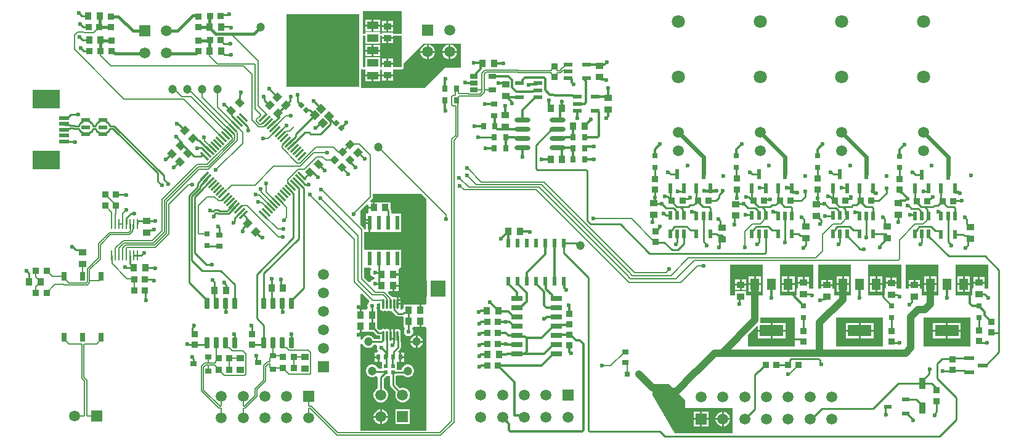
<source format=gtl>
G04*
G04 #@! TF.GenerationSoftware,Altium Limited,Altium Designer,22.0.2 (36)*
G04*
G04 Layer_Physical_Order=1*
G04 Layer_Color=255*
%FSLAX25Y25*%
%MOIN*%
G70*
G04*
G04 #@! TF.SameCoordinates,341058C5-BC88-46A7-A5D1-CF329328C8C1*
G04*
G04*
G04 #@! TF.FilePolarity,Positive*
G04*
G01*
G75*
%ADD11C,0.00787*%
%ADD12C,0.01575*%
%ADD13C,0.02362*%
%ADD16C,0.01000*%
%ADD18C,0.00600*%
%ADD21R,0.03740X0.03740*%
%ADD22R,0.03740X0.03740*%
%ADD23R,0.04724X0.02362*%
%ADD24R,0.14961X0.09843*%
%ADD25R,0.05512X0.01968*%
%ADD26R,0.02362X0.02756*%
G04:AMPARAMS|DCode=27|XSize=39.37mil|YSize=37.4mil|CornerRadius=0mil|HoleSize=0mil|Usage=FLASHONLY|Rotation=225.000|XOffset=0mil|YOffset=0mil|HoleType=Round|Shape=Rectangle|*
%AMROTATEDRECTD27*
4,1,4,0.00070,0.02714,0.02714,0.00070,-0.00070,-0.02714,-0.02714,-0.00070,0.00070,0.02714,0.0*
%
%ADD27ROTATEDRECTD27*%

%ADD28C,0.04724*%
%ADD29R,0.04921X0.02362*%
%ADD30R,0.04724X0.02362*%
%ADD31O,0.08661X0.02362*%
G04:AMPARAMS|DCode=32|XSize=43.31mil|YSize=23.62mil|CornerRadius=2.01mil|HoleSize=0mil|Usage=FLASHONLY|Rotation=0.000|XOffset=0mil|YOffset=0mil|HoleType=Round|Shape=RoundedRectangle|*
%AMROUNDEDRECTD32*
21,1,0.04331,0.01961,0,0,0.0*
21,1,0.03929,0.02362,0,0,0.0*
1,1,0.00402,0.01965,-0.00980*
1,1,0.00402,-0.01965,-0.00980*
1,1,0.00402,-0.01965,0.00980*
1,1,0.00402,0.01965,0.00980*
%
%ADD32ROUNDEDRECTD32*%
%ADD33R,0.03150X0.03740*%
%ADD34R,0.03740X0.03150*%
%ADD35R,0.03740X0.03937*%
%ADD36R,0.03937X0.03740*%
%ADD37R,0.05906X0.04213*%
%ADD38R,0.39370X0.39370*%
%ADD39R,0.02362X0.04724*%
%ADD40P,0.05289X4X270.0*%
%ADD41O,0.01181X0.05709*%
%ADD42R,0.01100X0.05500*%
%ADD43P,0.05568X4X180.0*%
G04:AMPARAMS|DCode=44|XSize=23.62mil|YSize=27.56mil|CornerRadius=0mil|HoleSize=0mil|Usage=FLASHONLY|Rotation=135.000|XOffset=0mil|YOffset=0mil|HoleType=Round|Shape=Rectangle|*
%AMROTATEDRECTD44*
4,1,4,0.01810,0.00139,-0.00139,-0.01810,-0.01810,-0.00139,0.00139,0.01810,0.01810,0.00139,0.0*
%
%ADD44ROTATEDRECTD44*%

G04:AMPARAMS|DCode=45|XSize=39.37mil|YSize=37.4mil|CornerRadius=0mil|HoleSize=0mil|Usage=FLASHONLY|Rotation=135.000|XOffset=0mil|YOffset=0mil|HoleType=Round|Shape=Rectangle|*
%AMROTATEDRECTD45*
4,1,4,0.02714,-0.00070,0.00070,-0.02714,-0.02714,0.00070,-0.00070,0.02714,0.02714,-0.00070,0.0*
%
%ADD45ROTATEDRECTD45*%

%ADD46R,0.02953X0.03150*%
%ADD47R,0.03543X0.02756*%
G04:AMPARAMS|DCode=48|XSize=23.62mil|YSize=57.09mil|CornerRadius=2.01mil|HoleSize=0mil|Usage=FLASHONLY|Rotation=0.000|XOffset=0mil|YOffset=0mil|HoleType=Round|Shape=RoundedRectangle|*
%AMROUNDEDRECTD48*
21,1,0.02362,0.05307,0,0,0.0*
21,1,0.01961,0.05709,0,0,0.0*
1,1,0.00402,0.00980,-0.02653*
1,1,0.00402,-0.00980,-0.02653*
1,1,0.00402,-0.00980,0.02653*
1,1,0.00402,0.00980,0.02653*
%
%ADD48ROUNDEDRECTD48*%
%ADD49R,0.03543X0.03150*%
G04:AMPARAMS|DCode=50|XSize=59.06mil|YSize=11.81mil|CornerRadius=0mil|HoleSize=0mil|Usage=FLASHONLY|Rotation=135.000|XOffset=0mil|YOffset=0mil|HoleType=Round|Shape=Rectangle|*
%AMROTATEDRECTD50*
4,1,4,0.02506,-0.01670,0.01670,-0.02506,-0.02506,0.01670,-0.01670,0.02506,0.02506,-0.01670,0.0*
%
%ADD50ROTATEDRECTD50*%

G04:AMPARAMS|DCode=51|XSize=59.06mil|YSize=11.81mil|CornerRadius=0mil|HoleSize=0mil|Usage=FLASHONLY|Rotation=45.000|XOffset=0mil|YOffset=0mil|HoleType=Round|Shape=Rectangle|*
%AMROTATEDRECTD51*
4,1,4,-0.01670,-0.02506,-0.02506,-0.01670,0.01670,0.02506,0.02506,0.01670,-0.01670,-0.02506,0.0*
%
%ADD51ROTATEDRECTD51*%

%ADD52R,0.02992X0.05000*%
%ADD53R,0.12992X0.06299*%
%ADD54R,0.04724X0.06299*%
%ADD55R,0.03150X0.02953*%
%ADD56R,0.02100X0.07800*%
%ADD57R,0.02165X0.02165*%
G04:AMPARAMS|DCode=58|XSize=21.65mil|YSize=49.21mil|CornerRadius=1.95mil|HoleSize=0mil|Usage=FLASHONLY|Rotation=180.000|XOffset=0mil|YOffset=0mil|HoleType=Round|Shape=RoundedRectangle|*
%AMROUNDEDRECTD58*
21,1,0.02165,0.04532,0,0,180.0*
21,1,0.01776,0.04921,0,0,180.0*
1,1,0.00390,-0.00888,0.02266*
1,1,0.00390,0.00888,0.02266*
1,1,0.00390,0.00888,-0.02266*
1,1,0.00390,-0.00888,-0.02266*
%
%ADD58ROUNDEDRECTD58*%
%ADD59R,0.06004X0.02559*%
%ADD60R,0.05512X0.02362*%
%ADD61R,0.02362X0.04921*%
%ADD62R,0.02362X0.05512*%
%ADD63R,0.03937X0.02362*%
%ADD64R,0.03347X0.06299*%
%ADD111C,0.01181*%
%ADD112C,0.03937*%
%ADD113C,0.00800*%
%ADD114C,0.00887*%
%ADD115C,0.01500*%
%ADD116C,0.00598*%
%ADD117R,0.07874X0.08858*%
%ADD118C,0.05906*%
%ADD119C,0.07087*%
%ADD120R,0.05906X0.05906*%
%ADD121R,0.05906X0.05906*%
%ADD122C,0.02362*%
G36*
X206693Y221280D02*
X201984D01*
Y221866D01*
X196047D01*
Y221280D01*
X194996D01*
Y222043D01*
X187091D01*
Y221280D01*
X185630D01*
Y233386D01*
X206693D01*
Y221280D01*
D02*
G37*
G36*
Y203051D02*
X201984D01*
Y204520D01*
X196047D01*
Y203051D01*
X194996D01*
Y208500D01*
X187091D01*
Y203051D01*
X185630D01*
Y220260D01*
X187091D01*
Y215831D01*
X194996D01*
Y220260D01*
X196047D01*
Y219496D01*
X199016D01*
X201984D01*
Y220260D01*
X206693D01*
Y203051D01*
D02*
G37*
G36*
X238583Y215945D02*
X238681Y215904D01*
Y202854D01*
X230020D01*
X218996Y191831D01*
X184957D01*
Y201743D01*
X185457Y202066D01*
X185630Y202032D01*
X186716D01*
X187091Y201728D01*
X187091Y201532D01*
Y199122D01*
X191043D01*
X194996D01*
Y201532D01*
X194996Y201728D01*
X195370Y202032D01*
X195905D01*
X196047Y201591D01*
X196047Y201532D01*
Y199221D01*
X201984D01*
Y201532D01*
X201984Y201591D01*
X202127Y202032D01*
X206693D01*
X207083Y202109D01*
X207414Y202330D01*
X207635Y202661D01*
X207713Y203051D01*
Y205055D01*
X218602Y215945D01*
X238583D01*
D02*
G37*
G36*
X219980Y131938D02*
Y84563D01*
X219201D01*
Y81693D01*
X218701D01*
D01*
X219201D01*
Y78823D01*
X219980D01*
Y75294D01*
X219701Y74425D01*
X218996Y74425D01*
X217331D01*
Y71457D01*
X216331D01*
Y74425D01*
X214386D01*
X213681Y74425D01*
X212976Y74425D01*
X207661D01*
Y72457D01*
X206677Y71809D01*
X206275Y71983D01*
X206160Y72199D01*
X206248Y72638D01*
Y74401D01*
X204626D01*
Y74901D01*
X204279D01*
Y77165D01*
X204156Y77786D01*
X204126Y77831D01*
Y78688D01*
X204005Y78664D01*
X203642Y78421D01*
X203278Y78664D01*
X202658Y78787D01*
X202037Y78664D01*
X201646Y78741D01*
X201619Y78782D01*
X199511Y80890D01*
X199919Y81874D01*
X201665D01*
Y84843D01*
X202165D01*
Y85343D01*
X205035D01*
Y86992D01*
X205035Y87811D01*
X205035Y88795D01*
Y90445D01*
X202166D01*
Y91445D01*
X205035D01*
Y93569D01*
X205035Y93913D01*
X205754Y94554D01*
X206499D01*
Y104353D01*
X202483D01*
X202399Y104353D01*
X201499D01*
X201415Y104353D01*
X197483D01*
X197399Y104353D01*
X196499D01*
X196415Y104353D01*
X192483D01*
X192399Y104353D01*
X191499D01*
X191415Y104353D01*
X187445D01*
X187399Y104353D01*
X186460Y104464D01*
Y113843D01*
X187399Y113953D01*
X187445Y113953D01*
X188949D01*
Y118353D01*
X187399D01*
Y115386D01*
X186415Y115289D01*
X186352Y115603D01*
X186044Y116064D01*
X184547Y117561D01*
Y125690D01*
X187855Y128997D01*
X188764Y128620D01*
Y127567D01*
X191134D01*
Y130035D01*
X190179D01*
X189802Y130945D01*
X190675Y131818D01*
X190676Y131818D01*
X190985Y132281D01*
X191094Y132827D01*
X191094Y132827D01*
Y134646D01*
X217273D01*
X219980Y131938D01*
D02*
G37*
G36*
X190344Y93569D02*
X190275Y93500D01*
X189938Y92917D01*
X189764Y92266D01*
Y91592D01*
X189938Y90941D01*
X190275Y90358D01*
X190752Y89881D01*
X191335Y89544D01*
X191771Y89428D01*
X192130Y88878D01*
X191771Y88328D01*
X191335Y88211D01*
X190752Y87875D01*
X190275Y87398D01*
X190037Y86986D01*
X189409Y86774D01*
X188898Y86734D01*
X186460Y89171D01*
Y94443D01*
X187399Y94554D01*
X187445Y94554D01*
X189936D01*
X190344Y93569D01*
D02*
G37*
G36*
X524213Y83366D02*
X522349D01*
X521965Y83646D01*
X521965Y83866D01*
Y86016D01*
X518996D01*
X516028D01*
Y83866D01*
X515643Y83366D01*
X515354D01*
Y79626D01*
X506595D01*
X506496Y79724D01*
Y96161D01*
X524213D01*
Y83366D01*
D02*
G37*
G36*
X476968D02*
X475088D01*
X474622Y83449D01*
X474622Y83866D01*
Y85819D01*
X471654D01*
X468685D01*
Y83866D01*
X468219Y83366D01*
X468110D01*
Y79626D01*
X459350D01*
X459252Y79724D01*
Y96161D01*
X476968D01*
Y83366D01*
D02*
G37*
G36*
X429331D02*
X427565D01*
X427181Y83646D01*
X427181Y83866D01*
Y86016D01*
X424213D01*
X421244D01*
Y83866D01*
X420860Y83366D01*
X420472D01*
Y79626D01*
X411713D01*
X411614Y79724D01*
Y96161D01*
X429331D01*
Y83366D01*
D02*
G37*
G36*
X497047Y79724D02*
X496949Y79626D01*
X488189D01*
Y83366D01*
X487106D01*
Y84555D01*
X484138D01*
X481169D01*
Y83366D01*
X479331D01*
Y96161D01*
X497047D01*
Y79724D01*
D02*
G37*
G36*
X449803D02*
X449705Y79626D01*
X440945D01*
Y83366D01*
X439862D01*
Y84555D01*
X436894D01*
X433925D01*
Y83366D01*
X432087D01*
Y96161D01*
X449803D01*
Y79724D01*
D02*
G37*
G36*
X402165D02*
X402067Y79626D01*
X393307D01*
X393224D01*
Y81906D01*
X387287D01*
Y79626D01*
X384449D01*
Y96161D01*
X402165D01*
Y79724D01*
D02*
G37*
G36*
X189274Y76602D02*
X189177Y75867D01*
X188700Y75390D01*
X188363Y74807D01*
X188189Y74156D01*
Y73482D01*
X188363Y72831D01*
X188409Y72752D01*
X187878Y71768D01*
X187319D01*
Y71768D01*
X184547D01*
Y80043D01*
X185457Y80419D01*
X189274Y76602D01*
D02*
G37*
G36*
X195130Y72638D02*
X195254Y72017D01*
X195605Y71491D01*
X196131Y71140D01*
X196752Y71016D01*
X197373Y71140D01*
X197736Y71382D01*
X198100Y71140D01*
X198721Y71016D01*
X199341Y71140D01*
X199705Y71382D01*
X200068Y71140D01*
X200689Y71016D01*
X201310Y71140D01*
X201377Y71184D01*
X201611Y70834D01*
X203841Y68604D01*
X204338Y68272D01*
X204923Y68156D01*
X207480D01*
X207661Y68007D01*
Y62484D01*
X208064D01*
X208484Y61512D01*
X208147Y60929D01*
X207972Y60278D01*
Y59604D01*
X208147Y58953D01*
X208484Y58370D01*
X208960Y57893D01*
X209544Y57556D01*
X210195Y57382D01*
X210868D01*
X211519Y57556D01*
X212103Y57893D01*
X212579Y58370D01*
X212916Y58953D01*
X213090Y59604D01*
Y60278D01*
X212916Y60929D01*
X212579Y61512D01*
X212999Y62484D01*
X213681Y62484D01*
X214386Y62484D01*
X216331D01*
Y65453D01*
X217331D01*
Y62484D01*
X218996D01*
X219701Y62484D01*
X219980Y61616D01*
Y6363D01*
X184547D01*
Y53063D01*
X185531Y53193D01*
X185548Y53131D01*
X185991Y52365D01*
X186617Y51739D01*
X187383Y51296D01*
X188239Y51067D01*
X189124D01*
X189979Y51296D01*
X190745Y51739D01*
X191372Y52365D01*
X191680Y52900D01*
X192767D01*
X193046Y52614D01*
X193414Y51916D01*
X193307Y51518D01*
Y50844D01*
X193482Y50193D01*
X193818Y49610D01*
X194003Y49425D01*
X193595Y48441D01*
X192012D01*
Y46563D01*
X194193D01*
Y46063D01*
X194693D01*
Y43685D01*
X195271D01*
X196146Y43421D01*
Y39768D01*
X194036D01*
X193980Y39979D01*
X193537Y40745D01*
X192911Y41372D01*
X192144Y41814D01*
X191289Y42043D01*
X190404D01*
X189549Y41814D01*
X188782Y41372D01*
X188156Y40745D01*
X187713Y39979D01*
X187484Y39124D01*
Y38238D01*
X187713Y37383D01*
X188156Y36617D01*
X188782Y35991D01*
X189549Y35548D01*
X190404Y35319D01*
X191289D01*
X192144Y35548D01*
X192897Y35983D01*
X192912Y35991D01*
X193179Y35944D01*
X193943Y35039D01*
Y29272D01*
X193045Y28754D01*
X192309Y28018D01*
X191789Y27116D01*
X191520Y26111D01*
Y25070D01*
X191789Y24065D01*
X192309Y23164D01*
X193045Y22428D01*
X193947Y21907D01*
X194952Y21638D01*
X195993D01*
X196998Y21907D01*
X197899Y22428D01*
X198635Y23164D01*
X199156Y24065D01*
X199425Y25070D01*
Y26111D01*
X199156Y27116D01*
X198635Y28018D01*
X197899Y28754D01*
X197002Y29272D01*
Y34406D01*
X198309Y35713D01*
X200538D01*
Y30807D01*
X200654Y30222D01*
X200986Y29726D01*
X203599Y27112D01*
X203331Y26111D01*
Y25070D01*
X203600Y24065D01*
X204120Y23164D01*
X204856Y22428D01*
X205758Y21907D01*
X206763Y21638D01*
X207804D01*
X208809Y21907D01*
X209711Y22428D01*
X210447Y23164D01*
X210967Y24065D01*
X211236Y25070D01*
Y26111D01*
X210967Y27116D01*
X210447Y28018D01*
X209711Y28754D01*
X208809Y29274D01*
X207804Y29543D01*
X206763D01*
X205762Y29275D01*
X203596Y31441D01*
Y35713D01*
X204150D01*
Y36266D01*
X207700D01*
X207975Y35991D01*
X208742Y35548D01*
X209597Y35319D01*
X210482D01*
X211337Y35548D01*
X212104Y35991D01*
X212730Y36617D01*
X213172Y37383D01*
X213402Y38238D01*
Y39124D01*
X213172Y39979D01*
X212730Y40745D01*
X212104Y41372D01*
X211337Y41814D01*
X210482Y42043D01*
X209597D01*
X208742Y41814D01*
X207975Y41372D01*
X207349Y40745D01*
X206906Y39979D01*
X206731Y39325D01*
X204150D01*
Y43421D01*
X205025Y43685D01*
X205504D01*
Y46063D01*
Y48441D01*
X205330D01*
X204954Y49350D01*
X205912Y50309D01*
X206244Y50805D01*
X206360Y51390D01*
Y53925D01*
X206244Y54510D01*
X206190Y54590D01*
Y55025D01*
X206248Y55315D01*
Y59842D01*
X206124Y60463D01*
X205773Y60989D01*
X205247Y61341D01*
X204626Y61464D01*
X204005Y61341D01*
X203642Y61098D01*
X203278Y61341D01*
X203157Y61365D01*
Y60508D01*
X203127Y60463D01*
X203004Y59843D01*
Y57579D01*
X202157D01*
Y61365D01*
X202037Y61341D01*
X201673Y61098D01*
X201310Y61341D01*
X201189Y61365D01*
Y57579D01*
X200342D01*
Y59843D01*
X200219Y60463D01*
X200189Y60508D01*
Y61365D01*
X200068Y61341D01*
X199705Y61098D01*
X199341Y61341D01*
X198721Y61464D01*
X198100Y61341D01*
X197736Y61098D01*
X197373Y61341D01*
X196752Y61464D01*
X196131Y61341D01*
X195605Y60989D01*
X194622Y60985D01*
X193618Y61990D01*
Y65764D01*
X193618D01*
X193618Y65831D01*
X193618D01*
Y71768D01*
X193618D01*
X193087Y72752D01*
X193133Y72831D01*
X193307Y73482D01*
Y74156D01*
X193251Y74366D01*
X193861Y75351D01*
X195130D01*
Y72638D01*
D02*
G37*
G36*
X419488Y51772D02*
X394291D01*
Y58266D01*
X398932Y62906D01*
X399394Y62715D01*
Y60933D01*
X406390D01*
Y64583D01*
X400906D01*
X400650Y65083D01*
X400727Y65268D01*
X400829Y66043D01*
Y67520D01*
X419488D01*
Y51772D01*
D02*
G37*
G36*
X193021Y58261D02*
X193517Y57929D01*
X194102Y57813D01*
X195130D01*
Y55958D01*
X191680D01*
X191372Y56494D01*
X190745Y57120D01*
X189979Y57562D01*
X189124Y57791D01*
X188239D01*
X187383Y57562D01*
X186617Y57120D01*
X185991Y56494D01*
X185548Y55727D01*
X185531Y55665D01*
X184547Y55795D01*
Y59827D01*
X187319D01*
Y59827D01*
X187878D01*
Y59827D01*
X191455D01*
X193021Y58261D01*
D02*
G37*
G36*
X514370Y51772D02*
X489173D01*
Y67520D01*
X514370D01*
Y51772D01*
D02*
G37*
G36*
X467126D02*
X441929D01*
Y67520D01*
X467126D01*
Y51772D01*
D02*
G37*
G36*
X351378Y31496D02*
X360236Y22638D01*
Y18701D01*
X385827D01*
Y4921D01*
X354331D01*
X342520Y25591D01*
X342520Y31496D01*
X351378Y31496D01*
D02*
G37*
%LPC*%
G36*
X194996Y228815D02*
X191543D01*
Y226209D01*
X194996D01*
Y228815D01*
D02*
G37*
G36*
X190543D02*
X187091D01*
Y226209D01*
X190543D01*
Y228815D01*
D02*
G37*
G36*
X201984Y228165D02*
X199516D01*
Y225795D01*
X201984D01*
Y228165D01*
D02*
G37*
G36*
X198516D02*
X196047D01*
Y225795D01*
X198516D01*
Y228165D01*
D02*
G37*
G36*
X194996Y225209D02*
X191543D01*
Y222602D01*
X194996D01*
Y225209D01*
D02*
G37*
G36*
X190543D02*
X187091D01*
Y222602D01*
X190543D01*
Y225209D01*
D02*
G37*
G36*
X201984Y224795D02*
X199516D01*
Y222425D01*
X201984D01*
Y224795D01*
D02*
G37*
G36*
X198516D02*
X196047D01*
Y222425D01*
X198516D01*
Y224795D01*
D02*
G37*
G36*
X201984Y218496D02*
X199516D01*
Y216126D01*
X201984D01*
Y218496D01*
D02*
G37*
G36*
X198516D02*
X196047D01*
Y216126D01*
X198516D01*
Y218496D01*
D02*
G37*
G36*
X194996Y215272D02*
X191543D01*
Y212665D01*
X194996D01*
Y215272D01*
D02*
G37*
G36*
X190543D02*
X187091D01*
Y212665D01*
X190543D01*
Y215272D01*
D02*
G37*
G36*
X194996Y211665D02*
X191543D01*
Y209059D01*
X194996D01*
Y211665D01*
D02*
G37*
G36*
X190543D02*
X187091D01*
Y209059D01*
X190543D01*
Y211665D01*
D02*
G37*
G36*
X201984Y207890D02*
X199516D01*
Y205520D01*
X201984D01*
Y207890D01*
D02*
G37*
G36*
X198516D02*
X196047D01*
Y205520D01*
X198516D01*
Y207890D01*
D02*
G37*
G36*
X221387Y215370D02*
X221366D01*
Y211917D01*
X224819D01*
Y211938D01*
X224550Y212943D01*
X224029Y213844D01*
X223293Y214580D01*
X222392Y215101D01*
X221387Y215370D01*
D02*
G37*
G36*
X220366D02*
X220346D01*
X219340Y215101D01*
X218439Y214580D01*
X217703Y213844D01*
X217183Y212943D01*
X216913Y211938D01*
Y211917D01*
X220366D01*
Y215370D01*
D02*
G37*
G36*
X233198D02*
X233177D01*
Y211917D01*
X236630D01*
Y211938D01*
X236361Y212943D01*
X235840Y213844D01*
X235104Y214580D01*
X234203Y215101D01*
X233198Y215370D01*
D02*
G37*
G36*
X232177D02*
X232157D01*
X231152Y215101D01*
X230250Y214580D01*
X229514Y213844D01*
X228994Y212943D01*
X228724Y211938D01*
Y211917D01*
X232177D01*
Y215370D01*
D02*
G37*
G36*
X236630Y210917D02*
X233177D01*
Y207465D01*
X233198D01*
X234203Y207734D01*
X235104Y208254D01*
X235840Y208990D01*
X236361Y209892D01*
X236630Y210897D01*
Y210917D01*
D02*
G37*
G36*
X232177D02*
X228724D01*
Y210897D01*
X228994Y209892D01*
X229514Y208990D01*
X230250Y208254D01*
X231152Y207734D01*
X232157Y207465D01*
X232177D01*
Y210917D01*
D02*
G37*
G36*
X224819Y210917D02*
X221366D01*
Y207465D01*
X221387D01*
X222392Y207734D01*
X223293Y208254D01*
X224029Y208990D01*
X224550Y209892D01*
X224819Y210897D01*
Y210917D01*
D02*
G37*
G36*
X220366D02*
X216913D01*
Y210897D01*
X217183Y209892D01*
X217703Y208990D01*
X218439Y208254D01*
X219340Y207734D01*
X220346Y207465D01*
X220366D01*
Y210917D01*
D02*
G37*
G36*
X201984Y198221D02*
X199516D01*
Y195850D01*
X201984D01*
Y198221D01*
D02*
G37*
G36*
X198516D02*
X196047D01*
Y195850D01*
X198516D01*
Y198221D01*
D02*
G37*
G36*
X194996Y198122D02*
X191543D01*
Y195516D01*
X194996D01*
Y198122D01*
D02*
G37*
G36*
X190543D02*
X187091D01*
Y195516D01*
X190543D01*
Y198122D01*
D02*
G37*
G36*
X194783Y130035D02*
X194079Y130035D01*
X192134D01*
Y127067D01*
X191634D01*
Y126567D01*
X188764D01*
X188764Y124098D01*
X187922Y123753D01*
X187399D01*
Y119353D01*
X189449D01*
Y118853D01*
X189949D01*
Y113953D01*
X191415D01*
X191499Y113953D01*
X192399D01*
X192483Y113953D01*
X196415D01*
X196499Y113953D01*
X197399D01*
X197483Y113953D01*
X201415D01*
X201499Y113953D01*
X202399D01*
X202483Y113953D01*
X206499D01*
Y123753D01*
X202483D01*
X202399Y123753D01*
X201499D01*
X200978Y124557D01*
Y125551D01*
X200862Y126136D01*
X200803Y126224D01*
Y130035D01*
X195488D01*
X194783Y130035D01*
D02*
G37*
G36*
X218201Y84563D02*
X215831D01*
Y82193D01*
X218201D01*
Y84563D01*
D02*
G37*
G36*
X205035Y84343D02*
X202665D01*
Y81874D01*
X205035D01*
Y84343D01*
D02*
G37*
G36*
X218201Y81193D02*
X215831D01*
Y78823D01*
X218201D01*
Y81193D01*
D02*
G37*
G36*
X205126Y78688D02*
Y75401D01*
X206248D01*
Y77165D01*
X206124Y77786D01*
X205773Y78312D01*
X205247Y78664D01*
X205126Y78688D01*
D02*
G37*
G36*
X521965Y89386D02*
X519496D01*
Y87016D01*
X521965D01*
Y89386D01*
D02*
G37*
G36*
X518496D02*
X516028D01*
Y87016D01*
X518496D01*
Y89386D01*
D02*
G37*
G36*
X514189Y89780D02*
X511327D01*
Y86130D01*
X514189D01*
Y89780D01*
D02*
G37*
G36*
X510327D02*
X507465D01*
Y86130D01*
X510327D01*
Y89780D01*
D02*
G37*
G36*
X514189Y85130D02*
X511327D01*
Y81480D01*
X514189D01*
Y85130D01*
D02*
G37*
G36*
X510327D02*
X507465D01*
Y81480D01*
X510327D01*
Y85130D01*
D02*
G37*
G36*
X474622Y89189D02*
X472154D01*
Y86819D01*
X474622D01*
Y89189D01*
D02*
G37*
G36*
X471154D02*
X468685D01*
Y86819D01*
X471154D01*
Y89189D01*
D02*
G37*
G36*
X466945Y89780D02*
X464083D01*
Y86130D01*
X466945D01*
Y89780D01*
D02*
G37*
G36*
X463083D02*
X460220D01*
Y86130D01*
X463083D01*
Y89780D01*
D02*
G37*
G36*
X466945Y85130D02*
X464083D01*
Y81480D01*
X466945D01*
Y85130D01*
D02*
G37*
G36*
X463083D02*
X460220D01*
Y81480D01*
X463083D01*
Y85130D01*
D02*
G37*
G36*
X427181Y89386D02*
X424713D01*
Y87016D01*
X427181D01*
Y89386D01*
D02*
G37*
G36*
X423713D02*
X421244D01*
Y87016D01*
X423713D01*
Y89386D01*
D02*
G37*
G36*
X419307Y89780D02*
X416445D01*
Y86130D01*
X419307D01*
Y89780D01*
D02*
G37*
G36*
X415445D02*
X412583D01*
Y86130D01*
X415445D01*
Y89780D01*
D02*
G37*
G36*
X419307Y85130D02*
X416445D01*
Y81480D01*
X419307D01*
Y85130D01*
D02*
G37*
G36*
X415445D02*
X412583D01*
Y81480D01*
X415445D01*
Y85130D01*
D02*
G37*
G36*
X496079Y89780D02*
X493216D01*
Y86130D01*
X496079D01*
Y89780D01*
D02*
G37*
G36*
X492216D02*
X489354D01*
Y86130D01*
X492216D01*
Y89780D01*
D02*
G37*
G36*
X487106Y87925D02*
X484638D01*
Y85555D01*
X487106D01*
Y87925D01*
D02*
G37*
G36*
X483638D02*
X481169D01*
Y85555D01*
X483638D01*
Y87925D01*
D02*
G37*
G36*
X496079Y85130D02*
X493216D01*
Y81480D01*
X496079D01*
Y85130D01*
D02*
G37*
G36*
X492216D02*
X489354D01*
Y81480D01*
X492216D01*
Y85130D01*
D02*
G37*
G36*
X448835Y89780D02*
X445972D01*
Y86130D01*
X448835D01*
Y89780D01*
D02*
G37*
G36*
X444973D02*
X442110D01*
Y86130D01*
X444973D01*
Y89780D01*
D02*
G37*
G36*
X439862Y87925D02*
X437394D01*
Y85555D01*
X439862D01*
Y87925D01*
D02*
G37*
G36*
X436394D02*
X433925D01*
Y85555D01*
X436394D01*
Y87925D01*
D02*
G37*
G36*
X448835Y85130D02*
X445972D01*
Y81480D01*
X448835D01*
Y85130D01*
D02*
G37*
G36*
X444973D02*
X442110D01*
Y81480D01*
X444973D01*
Y85130D01*
D02*
G37*
G36*
X401197Y89780D02*
X398335D01*
Y86130D01*
X401197D01*
Y89780D01*
D02*
G37*
G36*
X397335D02*
X394472D01*
Y86130D01*
X397335D01*
Y89780D01*
D02*
G37*
G36*
X393224Y88205D02*
X390756D01*
Y85835D01*
X393224D01*
Y88205D01*
D02*
G37*
G36*
X389756D02*
X387287D01*
Y85835D01*
X389756D01*
Y88205D01*
D02*
G37*
G36*
X393224Y84835D02*
X390756D01*
Y82465D01*
X393224D01*
Y84835D01*
D02*
G37*
G36*
X389756D02*
X387287D01*
Y82465D01*
X389756D01*
Y84835D01*
D02*
G37*
G36*
X401197Y85130D02*
X398335D01*
Y81480D01*
X401197D01*
Y85130D01*
D02*
G37*
G36*
X397335D02*
X394472D01*
Y81480D01*
X397335D01*
Y85130D01*
D02*
G37*
G36*
X215362Y57776D02*
Y54929D01*
X218209D01*
X217995Y55727D01*
X217553Y56494D01*
X216927Y57120D01*
X216160Y57562D01*
X215362Y57776D01*
D02*
G37*
G36*
X214362Y57776D02*
X213564Y57562D01*
X212798Y57120D01*
X212172Y56494D01*
X211729Y55727D01*
X211515Y54929D01*
X214362D01*
Y57776D01*
D02*
G37*
G36*
X218209Y53929D02*
X215362D01*
Y51082D01*
X216160Y51296D01*
X216927Y51739D01*
X217553Y52365D01*
X217995Y53131D01*
X218209Y53929D01*
D02*
G37*
G36*
X214362D02*
X211515D01*
X211729Y53131D01*
X212172Y52365D01*
X212798Y51739D01*
X213564Y51296D01*
X214362Y51082D01*
Y53929D01*
D02*
G37*
G36*
X208185Y48441D02*
X206504D01*
Y46563D01*
X208185D01*
Y48441D01*
D02*
G37*
G36*
Y45563D02*
X206504D01*
Y43685D01*
X208185D01*
Y45563D01*
D02*
G37*
G36*
X193693Y45563D02*
X192012D01*
Y43685D01*
X193693D01*
Y45563D01*
D02*
G37*
G36*
X195993Y17732D02*
X195973D01*
Y14280D01*
X199425D01*
Y14300D01*
X199156Y15305D01*
X198635Y16207D01*
X197899Y16942D01*
X196998Y17463D01*
X195993Y17732D01*
D02*
G37*
G36*
X194973D02*
X194952D01*
X193947Y17463D01*
X193045Y16942D01*
X192309Y16207D01*
X191789Y15305D01*
X191520Y14300D01*
Y14280D01*
X194973D01*
Y17732D01*
D02*
G37*
G36*
X211236D02*
X203331D01*
Y9827D01*
X211236D01*
Y17732D01*
D02*
G37*
G36*
X199425Y13280D02*
X195973D01*
Y9827D01*
X195993D01*
X196998Y10096D01*
X197899Y10616D01*
X198635Y11353D01*
X199156Y12254D01*
X199425Y13259D01*
Y13280D01*
D02*
G37*
G36*
X194973D02*
X191520D01*
Y13259D01*
X191789Y12254D01*
X192309Y11353D01*
X193045Y10616D01*
X193947Y10096D01*
X194952Y9827D01*
X194973D01*
Y13280D01*
D02*
G37*
G36*
X414386Y64583D02*
X407390D01*
Y60933D01*
X414386D01*
Y64583D01*
D02*
G37*
G36*
Y59933D02*
X407390D01*
Y56283D01*
X414386D01*
Y59933D01*
D02*
G37*
G36*
X406390D02*
X399394D01*
Y56283D01*
X406390D01*
Y59933D01*
D02*
G37*
G36*
X509268Y64583D02*
X502272D01*
Y60933D01*
X509268D01*
Y64583D01*
D02*
G37*
G36*
X501272D02*
X494276D01*
Y60933D01*
X501272D01*
Y64583D01*
D02*
G37*
G36*
X509268Y59933D02*
X502272D01*
Y56283D01*
X509268D01*
Y59933D01*
D02*
G37*
G36*
X501272D02*
X494276D01*
Y56283D01*
X501272D01*
Y59933D01*
D02*
G37*
G36*
X462024Y64583D02*
X455027D01*
Y60933D01*
X462024D01*
Y64583D01*
D02*
G37*
G36*
X454028D02*
X447031D01*
Y60933D01*
X454028D01*
Y64583D01*
D02*
G37*
G36*
X462024Y59933D02*
X455027D01*
Y56283D01*
X462024D01*
Y59933D01*
D02*
G37*
G36*
X454028D02*
X447031D01*
Y56283D01*
X454028D01*
Y59933D01*
D02*
G37*
G36*
X381032Y16551D02*
X381012D01*
Y13098D01*
X384465D01*
Y13119D01*
X384195Y14124D01*
X383675Y15025D01*
X382939Y15761D01*
X382037Y16282D01*
X381032Y16551D01*
D02*
G37*
G36*
X380012D02*
X379991D01*
X378986Y16282D01*
X378085Y15761D01*
X377349Y15025D01*
X376828Y14124D01*
X376559Y13119D01*
Y13098D01*
X380012D01*
Y16551D01*
D02*
G37*
G36*
X372654D02*
X369201D01*
Y13098D01*
X372654D01*
Y16551D01*
D02*
G37*
G36*
X368201D02*
X364748D01*
Y13098D01*
X368201D01*
Y16551D01*
D02*
G37*
G36*
X384465Y12098D02*
X381012D01*
Y8646D01*
X381032D01*
X382037Y8915D01*
X382939Y9435D01*
X383675Y10171D01*
X384195Y11073D01*
X384465Y12078D01*
Y12098D01*
D02*
G37*
G36*
X380012D02*
X376559D01*
Y12078D01*
X376828Y11073D01*
X377349Y10171D01*
X378085Y9435D01*
X378986Y8915D01*
X379991Y8646D01*
X380012D01*
Y12098D01*
D02*
G37*
G36*
X372654D02*
X369201D01*
Y8646D01*
X372654D01*
Y12098D01*
D02*
G37*
G36*
X368201D02*
X364748D01*
Y8646D01*
X368201D01*
Y12098D01*
D02*
G37*
%LPD*%
D11*
X11417Y86910D02*
Y87008D01*
X8957Y89468D02*
Y92913D01*
X11417Y86811D02*
Y86910D01*
X8957Y89468D02*
X11417Y87008D01*
X83661Y191240D02*
X87795Y187106D01*
X82677Y191240D02*
X83661D01*
X87795Y187106D02*
X92913D01*
X112489Y167531D01*
X112743D01*
X91539Y191240D02*
X113857Y168923D01*
X90814Y191240D02*
X91539D01*
X113857Y168923D02*
X114135D01*
X98950Y186891D02*
Y191240D01*
Y186891D02*
X115527Y170315D01*
X107087Y181539D02*
X116919Y171707D01*
X107087Y181539D02*
Y191240D01*
X191114Y76772D02*
X196570D01*
X181102Y86783D02*
X191114Y76772D01*
X100203Y163368D02*
Y164856D01*
X99902Y165157D02*
X100203Y164856D01*
Y163368D02*
X104391Y159179D01*
X181102Y86783D02*
Y109828D01*
X157185Y133746D02*
Y134055D01*
Y133746D02*
X181102Y109828D01*
X131791Y164370D02*
X134359D01*
X138912Y168923D01*
X144437Y168602D02*
X146260D01*
X141695Y166139D02*
X141974D01*
X144437Y168602D01*
X146260D02*
X148622Y170965D01*
X140334Y167531D02*
X144359Y171555D01*
X140304Y167531D02*
X140334D01*
X144359Y171555D02*
X144390D01*
X163091Y136713D02*
X163386D01*
X185039Y115059D01*
Y88583D02*
Y115059D01*
X162809Y132298D02*
X183071Y112036D01*
Y87598D02*
X190945Y79724D01*
X197180Y81212D02*
X200614Y77778D01*
Y74977D02*
Y77778D01*
X192410Y81212D02*
X197180D01*
X200614Y74977D02*
X200689Y74902D01*
X185039Y88583D02*
X192410Y81212D01*
X196698Y79724D02*
X198645Y77778D01*
Y74977D02*
Y77778D01*
X190945Y79724D02*
X196698D01*
X198645Y74977D02*
X198721Y74902D01*
X196570Y76772D02*
X196752Y76590D01*
Y74902D02*
Y76590D01*
X183071Y87598D02*
Y112036D01*
X106201Y147539D02*
X120663Y162002D01*
Y167962D01*
X116919Y171707D02*
X120663Y167962D01*
X91437Y139665D02*
X93307D01*
X80788Y129016D02*
X91437Y139665D01*
X80788Y112868D02*
Y129016D01*
X78426Y130979D02*
X96758Y149311D01*
X102040D01*
X79607Y130198D02*
X97242Y147833D01*
X77245Y114450D02*
Y131468D01*
X78426Y113846D02*
Y130979D01*
X97242Y147833D02*
X102232D01*
X79607Y113357D02*
Y130198D01*
X96269Y150492D02*
X101550D01*
X77245Y131468D02*
X96269Y150492D01*
X148327Y46161D02*
X148425Y46260D01*
X154331D01*
X148327Y40059D02*
Y46161D01*
Y40059D02*
X148327Y40059D01*
X113484Y45374D02*
X119488D01*
X113484Y45374D02*
X113484Y45374D01*
X113484Y39272D02*
Y45374D01*
X51866Y118344D02*
Y123410D01*
X52165Y123709D02*
Y128051D01*
X51866Y123410D02*
X52165Y123709D01*
X50689Y129528D02*
Y129921D01*
X46457Y134153D02*
X50689Y129921D01*
Y129528D02*
X52165Y128051D01*
X46457D02*
X49896Y124611D01*
Y118344D02*
Y124611D01*
X58228Y88622D02*
X61673D01*
X50053Y96798D02*
Y100988D01*
Y96798D02*
X58228Y88622D01*
X61673D02*
X62008Y88287D01*
X49896Y101144D02*
X50053Y100988D01*
X62008Y82185D02*
Y88287D01*
X8957Y84350D02*
X11417Y86811D01*
X8957Y80905D02*
Y84350D01*
X34252Y89882D02*
X34252Y89882D01*
X34252Y89882D02*
Y97342D01*
X57776Y105069D02*
X58238Y105531D01*
X73451D01*
X57776Y101144D02*
Y105069D01*
X73451Y105531D02*
X80788Y112868D01*
X71869Y109074D02*
X77245Y114450D01*
X55717Y108661D02*
X56130Y109074D01*
X51866Y105075D02*
X55453Y108661D01*
X55717D01*
X56130Y109074D02*
X71869D01*
X72962Y106712D02*
X79607Y113357D01*
X101550Y150492D02*
X115038Y163979D01*
X51866Y101144D02*
Y105075D01*
X102232Y147833D02*
X117822Y163423D01*
X57443Y106712D02*
X72962D01*
X55806Y105075D02*
X57443Y106712D01*
X55806Y101144D02*
Y105075D01*
X72473Y107893D02*
X78426Y113846D01*
X115038Y163979D02*
Y164958D01*
X112743Y167252D02*
X115038Y164958D01*
X112743Y167252D02*
Y167531D01*
X116290Y164842D02*
X116430Y164982D01*
Y166350D01*
X114135Y168644D02*
X116430Y166350D01*
X114135Y168644D02*
Y168923D01*
X53836Y105110D02*
X56619Y107893D01*
X117822Y163423D02*
Y167742D01*
X115527Y170036D02*
X117822Y167742D01*
X115527Y170036D02*
Y170315D01*
X53836Y101144D02*
Y105110D01*
X116290Y163562D02*
Y164842D01*
X102040Y149311D02*
X116290Y163562D01*
X56619Y107893D02*
X72473D01*
D12*
X461811Y136024D02*
X462841Y134993D01*
X463432D02*
X463583Y134843D01*
X461811Y136024D02*
Y136803D01*
X462841Y134993D02*
X463432D01*
X507956Y135531D02*
X508645Y134843D01*
X506102Y135925D02*
Y137500D01*
X506496Y135531D02*
X507956D01*
X508645Y134843D02*
X508858D01*
X506102Y135925D02*
X506496Y135531D01*
X418307Y135625D02*
X420362D01*
X420653Y135335D02*
X420866D01*
X417913Y136019D02*
X418307Y135625D01*
X420362D02*
X420653Y135335D01*
X417913Y136019D02*
Y137500D01*
X417520Y137894D02*
X417913Y137500D01*
Y137594D01*
X415158Y137894D02*
X417520D01*
X461811Y136803D02*
Y137598D01*
X461130Y136122D02*
X461811Y136803D01*
X373721Y136803D02*
Y137598D01*
Y136803D02*
X374402Y136122D01*
X373039D02*
X373721Y136803D01*
X374402Y136122D02*
X377067D01*
X370374D02*
X373039D01*
D13*
X502362Y144980D02*
Y154547D01*
X488976Y167933D02*
X502362Y154547D01*
X458071Y145079D02*
Y154646D01*
X444685Y168032D02*
X458071Y154646D01*
X414173Y145074D02*
Y154641D01*
X400787Y168027D02*
X414173Y154641D01*
X369980Y145079D02*
Y154646D01*
X356594Y168032D02*
X369980Y154646D01*
D16*
X476083Y142618D02*
X476083Y142618D01*
Y148721D01*
X343701Y142717D02*
X343799Y142618D01*
X343701Y142717D02*
Y148819D01*
X387894Y142815D02*
X387992Y142717D01*
X387894Y142815D02*
Y148814D01*
X431791Y142717D02*
X431791Y142717D01*
Y148819D01*
X379831Y112197D02*
X381201Y110827D01*
X344193Y114567D02*
X344488D01*
X140413Y175991D02*
Y178780D01*
X87960Y161601D02*
X92206Y157356D01*
X68799Y119882D02*
X73228D01*
X63736D02*
X68799D01*
X123302Y118431D02*
X123371Y118500D01*
X120820Y115949D02*
X123302Y118431D01*
X136319Y83661D02*
Y88583D01*
Y77913D02*
Y83661D01*
X343799Y130020D02*
Y132579D01*
Y136909D01*
X415569Y42028D02*
X416939Y43398D01*
X417525Y45185D02*
X432276D01*
X416939Y44599D02*
X417525Y45185D01*
X416939Y43398D02*
Y44599D01*
X409646Y42028D02*
X415569D01*
X30396Y104323D02*
X32882D01*
X28445Y105905D02*
X28813D01*
X32882Y104323D02*
X34252Y102953D01*
X28813Y105905D02*
X30396Y104323D01*
X5118Y86910D02*
Y91535D01*
X3839Y92815D02*
X5118Y91535D01*
X24018Y162940D02*
X29678D01*
X29921Y162697D01*
X431299Y122539D02*
X433685Y120154D01*
X433071Y118479D02*
X433685Y119093D01*
Y120154D01*
X433071Y118110D02*
Y118479D01*
X444882Y137795D02*
X447441D01*
X447638Y137598D01*
X505512Y130610D02*
X505807Y130905D01*
X509842D01*
X491248Y135827D02*
X491929Y136508D01*
Y137500D01*
X489173Y135827D02*
X491248D01*
X492413Y131980D02*
X492787D01*
X493420Y132613D01*
X493932D01*
X491339Y130717D02*
Y130905D01*
X492413Y131980D01*
X493932Y132613D02*
X494193Y132874D01*
X386910Y118012D02*
Y122173D01*
X387491Y122755D01*
X417323Y130704D02*
X422830D01*
X425098Y132973D01*
Y135925D01*
X208146Y37795D02*
X209032Y38681D01*
X202067Y37795D02*
X208146D01*
X209032Y38681D02*
X210039D01*
X127756Y113976D02*
X130957Y110775D01*
X120820Y114124D02*
Y115949D01*
X131375Y110775D02*
X131793D01*
X130957D02*
X131375D01*
X141535Y84744D02*
X142618Y83661D01*
X141535Y84744D02*
Y88090D01*
X150591Y184449D02*
Y188189D01*
X152362Y182677D02*
Y182677D01*
X150591Y184449D02*
X152362Y182677D01*
X144065Y182433D02*
X146518Y184886D01*
Y187069D02*
X146752Y187303D01*
X146518Y184886D02*
Y187069D01*
X144065Y182433D02*
Y182433D01*
X139589Y186887D02*
X139611D01*
X135039Y191437D02*
X139589Y186887D01*
X134976Y182642D02*
X135366D01*
X132446Y185172D02*
Y186846D01*
Y185172D02*
X134976Y182642D01*
X132185Y187106D02*
X132446Y186846D01*
X119010Y184103D02*
X119080Y184034D01*
X119010Y188327D02*
X119685Y189002D01*
X119010Y184103D02*
Y188327D01*
X119685Y189002D02*
Y189370D01*
X83563Y149080D02*
X87385Y152902D01*
X83563Y148819D02*
Y149080D01*
X79232Y153240D02*
X83139Y157147D01*
X79232Y153051D02*
Y153240D01*
X89030Y169336D02*
X89370D01*
X85398Y172279D02*
X86087D01*
X89030Y169336D01*
X85138Y172539D02*
X85398Y172279D01*
X116554Y119974D02*
Y121510D01*
X115945Y118996D02*
Y119365D01*
X116554Y121510D02*
X119703Y124659D01*
X115945Y119365D02*
X116554Y119974D01*
X122629Y119239D02*
Y121732D01*
X163205Y180693D02*
Y180791D01*
X159252Y184744D02*
Y184744D01*
Y184744D02*
X163205Y180791D01*
X98459Y159544D02*
X101608Y156395D01*
X96432Y159252D02*
X96724Y159544D01*
X98459D01*
X96063Y159252D02*
X96432D01*
X119703Y174490D02*
X123460Y170733D01*
Y169257D02*
X123721Y168996D01*
X123460Y169257D02*
Y170733D01*
X101181Y96161D02*
X104232D01*
X94685Y102657D02*
X101181Y96161D01*
X94685Y102657D02*
Y132775D01*
X116358Y75295D02*
Y85409D01*
X108854Y92913D02*
X116358Y85409D01*
X98740Y92913D02*
X108854D01*
X93209Y98445D02*
X98740Y92913D01*
X93209Y98445D02*
Y133270D01*
X94685Y132775D02*
X99154Y137244D01*
X93209Y133270D02*
X97760Y137821D01*
X91740Y92675D02*
Y102403D01*
X91634Y102510D02*
X91740Y102403D01*
X91634Y86693D02*
Y92569D01*
X91740Y92675D01*
X91634Y86693D02*
X101358Y76968D01*
X91634Y133666D02*
X96366Y138398D01*
X91634Y102510D02*
Y133666D01*
X96366Y138398D02*
Y140297D01*
X100216Y144146D01*
X99154Y137516D02*
X102999Y141362D01*
X99154Y137244D02*
Y137516D01*
X97760Y138778D02*
X101608Y142626D01*
X97760Y137821D02*
Y138778D01*
X529921Y58781D02*
Y93312D01*
Y48819D02*
Y58781D01*
X529451Y59252D02*
X529921Y58781D01*
X525787Y59252D02*
X529451D01*
X522397Y100836D02*
X529921Y93312D01*
X57826Y118394D02*
Y121545D01*
X57776Y118344D02*
X57826Y118394D01*
Y121545D02*
X60297Y124016D01*
X62205D01*
X256693Y165354D02*
X256890Y165157D01*
X248031Y165354D02*
X256693D01*
X287893Y169528D02*
X291043D01*
X279323Y160957D02*
X287893Y169528D01*
X366831Y130413D02*
Y130709D01*
X352658Y130413D02*
Y130709D01*
Y130413D02*
X355520Y127551D01*
X366831Y130413D02*
X369693Y127551D01*
X454921Y130413D02*
Y130709D01*
Y130413D02*
X457784Y127551D01*
X440748Y130413D02*
X443610Y127551D01*
X440748Y130413D02*
Y130709D01*
X499213Y130315D02*
Y130610D01*
X485039Y130315D02*
Y130610D01*
X499213Y130315D02*
X502075Y127453D01*
X485039Y130315D02*
X487902Y127453D01*
X411024Y130409D02*
Y130704D01*
X396850Y130409D02*
X399713Y127547D01*
X396850Y130409D02*
Y130704D01*
X411024Y130409D02*
X413886Y127547D01*
X366240Y131299D02*
Y137598D01*
Y131299D02*
X366831Y130709D01*
X365756Y129339D02*
X366831Y130413D01*
X352067Y131299D02*
X352658Y130709D01*
X365461Y129339D02*
X365756D01*
X364567Y128445D02*
X365461Y129339D01*
X362800Y128445D02*
X364567D01*
X369693Y127551D02*
X373130D01*
X361906D02*
X362800Y128445D01*
X373130Y127551D02*
X373721Y126961D01*
Y122638D02*
Y126961D01*
X357382Y127551D02*
X361906D01*
X357382D02*
X358866Y126067D01*
X355520Y127551D02*
X357382D01*
X358866Y123417D02*
Y126067D01*
Y123417D02*
X359547Y122736D01*
X350492Y133169D02*
X352067Y131595D01*
Y137598D01*
X349213Y133169D02*
X350492D01*
X352067Y131299D02*
Y131595D01*
X454331Y131299D02*
Y137598D01*
Y131299D02*
X454921Y130709D01*
X453847Y129339D02*
X454921Y130413D01*
X453551Y129339D02*
X453847D01*
X452658Y128445D02*
X453551Y129339D01*
X449997Y127551D02*
X450890Y128445D01*
X452658D01*
X445472Y127551D02*
X449997D01*
X443610D02*
X445472D01*
X461221D02*
X461811Y126961D01*
Y122638D02*
Y126961D01*
X457784Y127551D02*
X461221D01*
X446957Y123417D02*
X447638Y122736D01*
X446957Y123417D02*
Y126067D01*
X445472Y127551D02*
X446957Y126067D01*
X440158Y131595D02*
Y137598D01*
X438583Y133169D02*
X440158Y131595D01*
Y131299D02*
Y131595D01*
X437303Y133169D02*
X438583D01*
X440158Y131299D02*
X440748Y130709D01*
X498622Y131201D02*
Y137500D01*
Y131201D02*
X499213Y130610D01*
X498138Y129240D02*
X499213Y130315D01*
X497843Y129240D02*
X498138D01*
X496949Y128347D02*
X497843Y129240D01*
X494288Y127453D02*
X495182Y128347D01*
X496949D01*
X489764Y127453D02*
X494288D01*
X487902D02*
X489764D01*
X505512D02*
X506102Y126862D01*
Y122539D02*
Y126862D01*
X502075Y127453D02*
X505512D01*
X491248Y123319D02*
X491929Y122638D01*
X491248Y123319D02*
Y125969D01*
X489764Y127453D02*
X491248Y125969D01*
X483965Y131980D02*
X483965D01*
X484449Y131496D02*
Y137500D01*
Y131496D02*
Y131496D01*
X485335Y130610D01*
X483965Y131980D02*
X484449Y131496D01*
X410433Y131295D02*
Y137594D01*
Y131295D02*
X411024Y130704D01*
X409949Y129334D02*
X411024Y130409D01*
X409654Y129334D02*
X409949D01*
X408760Y128440D02*
X409654Y129334D01*
X406099Y127547D02*
X406993Y128440D01*
X396260Y131295D02*
X396850Y130704D01*
X406993Y128440D02*
X408760D01*
X401575Y127547D02*
X406099D01*
X399713D02*
X401575D01*
X417323D02*
X417913Y126956D01*
Y122633D02*
Y126956D01*
X413886Y127547D02*
X417323D01*
X403059Y123413D02*
X403740Y122732D01*
X403059Y123413D02*
Y126062D01*
X401575Y127547D02*
X403059Y126062D01*
X396260Y131295D02*
Y137594D01*
X394390Y132870D02*
X395965Y131295D01*
X393110Y132870D02*
X394390D01*
X447047Y130709D02*
Y130815D01*
X431988Y124114D02*
X432480Y123622D01*
X388090Y124110D02*
X388583Y123617D01*
X358957Y130709D02*
Y130815D01*
X343898Y124114D02*
X344390Y123622D01*
X342421Y122076D02*
X343355Y123010D01*
X425492Y117121D02*
X425591D01*
X379142Y117315D02*
X380315Y116142D01*
X108517Y231400D02*
X112368D01*
X109009Y225298D02*
X113212D01*
X349739Y122736D02*
X352067D01*
X348524Y123819D02*
X348656D01*
X349739Y122736D01*
X301724Y107307D02*
X302255D01*
X301160Y107871D02*
X301724Y107307D01*
X294390Y107871D02*
X301160D01*
X504872Y45276D02*
X504971Y45374D01*
X307283Y119985D02*
Y146855D01*
Y119985D02*
X309166Y118102D01*
X325106D01*
X340846Y102362D02*
X403154D01*
X325106Y118102D02*
X340846Y102362D01*
X344193Y108268D02*
X348854D01*
X280015Y147441D02*
X306698D01*
X307283Y146855D01*
X403154Y102362D02*
X403740Y102948D01*
Y112889D01*
X414173Y108708D02*
Y122633D01*
X480610Y128248D02*
X480979D01*
X482554Y126673D01*
X486221D01*
X511909Y105487D02*
X513098Y106676D01*
Y108965D01*
X511909Y105118D02*
Y105487D01*
X513098Y108965D02*
X514468Y110335D01*
X483957Y123130D02*
X484449Y122638D01*
X481791Y123130D02*
X483957D01*
X476279Y128740D02*
X476764Y128256D01*
X476279Y128740D02*
Y129134D01*
X431890Y129528D02*
Y135138D01*
X431201Y128839D02*
X431890Y129528D01*
X435532Y129232D02*
X437992Y126772D01*
X432087Y129331D02*
X434949D01*
X431988Y129232D02*
X432087Y129331D01*
X435532Y129232D02*
Y129331D01*
X434949D02*
X435047Y129232D01*
X403150Y130810D02*
X403737Y131398D01*
X406004D01*
X403539Y137795D02*
X403740Y137594D01*
X400295Y137795D02*
X403539D01*
X380610Y135874D02*
Y136122D01*
X376673Y130709D02*
X378511Y132547D01*
Y133775D02*
X380610Y135874D01*
X378511Y132547D02*
Y133775D01*
X373130Y130709D02*
X376673D01*
X468972Y137378D02*
X469193Y137598D01*
X464764Y130709D02*
X468972Y134917D01*
Y137378D01*
X461221Y130709D02*
X464764D01*
X342421Y119193D02*
Y122076D01*
X346196Y116275D02*
Y116668D01*
X344488Y114567D02*
X346196Y116275D01*
Y116668D02*
X346457Y116929D01*
X475345Y119144D02*
X475394Y119095D01*
X475295Y119193D02*
X475345Y119144D01*
X146968Y58661D02*
X147264Y58366D01*
X146673Y58957D02*
X146968Y58661D01*
X142559Y70472D02*
X142854Y70177D01*
X142264Y70768D02*
X142559Y70472D01*
X125591Y63287D02*
X125886Y62992D01*
X125295Y63583D02*
X125591Y63287D01*
X111653Y70472D02*
X111949Y70177D01*
X111358Y70768D02*
X111653Y70472D01*
X116063Y58661D02*
X116358Y58366D01*
X115768Y58957D02*
X116063Y58661D01*
X395763Y123228D02*
X396260Y122732D01*
X392717Y123228D02*
X395763D01*
X387303Y122736D02*
X388009Y123442D01*
X388583D01*
X475295Y119193D02*
Y123327D01*
X435630Y122638D02*
X440059D01*
X431201Y122539D02*
X431299D01*
X440059Y122638D02*
X440158Y122736D01*
X432480Y122827D02*
Y123622D01*
Y122827D02*
X432669Y122638D01*
X183293Y156865D02*
X186707Y153450D01*
X186707D01*
X183293Y156865D02*
Y157100D01*
X177868Y145361D02*
X177868D01*
X174453Y148775D02*
Y149010D01*
Y148775D02*
X177868Y145361D01*
X178347Y152264D02*
X181761Y148849D01*
X181761D01*
X178347Y152264D02*
Y152499D01*
X158679Y146242D02*
X161516Y143405D01*
X157289Y146242D02*
X158679D01*
X161516Y143405D02*
X161516D01*
X161743Y150462D02*
Y150697D01*
X165157Y147047D02*
X165157D01*
X161743Y150462D02*
X165157Y147047D01*
X154076Y143029D02*
X157289Y146242D01*
X424319Y118295D02*
Y120755D01*
X425492Y106963D02*
Y110433D01*
X423228Y121846D02*
X424319Y120755D01*
X424016Y105118D02*
Y105487D01*
X425492Y106963D01*
X424319Y118295D02*
X425492Y117121D01*
X467126Y121850D02*
X468217Y120760D01*
X465551Y105512D02*
X465812Y105772D01*
Y106855D02*
X469488Y110531D01*
X469587D01*
X469390Y117126D02*
X469488D01*
X465812Y105772D02*
Y106855D01*
X468217Y118299D02*
Y120760D01*
Y118299D02*
X469390Y117126D01*
X343209Y129429D02*
X343799Y130020D01*
X294390Y102461D02*
Y107871D01*
X192323Y91929D02*
X194882D01*
X194449Y86358D02*
Y99454D01*
X192323Y85827D02*
X194882D01*
X195866Y84842D01*
X198106Y46382D02*
Y48941D01*
Y46382D02*
X198425Y46063D01*
X195866Y51181D02*
X198106Y48941D01*
X196752Y57579D02*
Y59259D01*
Y55364D02*
Y57579D01*
X195817Y54429D02*
X196752Y55364D01*
X188681Y54429D02*
X195817D01*
X187337Y126083D02*
X188321Y127067D01*
X187106Y126083D02*
X187337D01*
X188321Y127067D02*
X191634D01*
X210531Y59941D02*
Y65453D01*
X207912Y70117D02*
X209191D01*
X202692Y71916D02*
X204923Y69685D01*
X207480D01*
X209191Y70117D02*
X210531Y71457D01*
X207480Y69685D02*
X207912Y70117D01*
X202692Y71916D02*
Y74867D01*
X202658Y74902D02*
X202692Y74867D01*
X210531Y65453D02*
X210531Y65453D01*
X210531Y65453D02*
Y71457D01*
X190191Y45079D02*
X191176Y46063D01*
X189961Y45079D02*
X190191D01*
X191176Y46063D02*
X194488D01*
X209021D02*
X210005Y45079D01*
X210236D01*
X205709Y46063D02*
X209021D01*
X215846Y61156D02*
X216831Y62140D01*
X215846Y60925D02*
Y61156D01*
X216831Y62140D02*
Y65453D01*
Y74769D02*
X217815Y75753D01*
Y75984D01*
X216831Y71457D02*
Y74769D01*
X205478Y90945D02*
X206462Y89961D01*
X206693D01*
X202165Y90945D02*
X205478D01*
Y84842D02*
X206462Y83858D01*
X206693D01*
X202165Y84842D02*
X205478D01*
X188899Y120571D02*
X189449Y120021D01*
Y118853D02*
Y120021D01*
X186024Y120571D02*
X188899D01*
X197933Y127067D02*
X199449Y125551D01*
X197728Y127272D02*
X197933Y127067D01*
X199449Y118853D02*
Y125551D01*
X194449Y86358D02*
X195866Y84941D01*
Y84842D02*
Y84941D01*
X183465Y58499D02*
X184449Y59483D01*
X183465Y58268D02*
Y58499D01*
X184449Y59483D02*
Y62795D01*
X184449Y68799D02*
Y72112D01*
X183465Y73096D02*
Y73327D01*
Y73096D02*
X184449Y72112D01*
X190650Y72933D02*
X190748Y72835D01*
Y68799D02*
Y72835D01*
X190748Y62795D02*
X190748Y62795D01*
Y68799D01*
X196668Y59342D02*
X196752Y59259D01*
X190748Y62697D02*
X194102Y59342D01*
X196668D01*
X190748Y62697D02*
Y62795D01*
X204626Y77080D02*
X204710Y77164D01*
X206717D01*
X207801Y78248D01*
X204626Y74902D02*
Y77080D01*
X207801Y78248D02*
X208169D01*
X201919Y41486D02*
Y45915D01*
X201772Y46063D02*
X201919Y45915D01*
Y41486D02*
X202067Y41339D01*
X198327Y41437D02*
Y45965D01*
X198425Y46063D01*
X198228Y41339D02*
X198327Y41437D01*
X201772Y46063D02*
X202381Y46673D01*
Y48941D01*
X204831Y51390D01*
Y53925D01*
X204661Y54095D02*
X204831Y53925D01*
X204661Y54095D02*
Y57544D01*
X204626Y57579D02*
X204661Y57544D01*
X198686Y46324D02*
Y57544D01*
X198721Y57579D01*
X198425Y46063D02*
X198686Y46324D01*
X202623Y53877D02*
Y55576D01*
X201772Y52658D02*
Y53026D01*
X202623Y55576D02*
X202658Y55610D01*
X201772Y53026D02*
X202623Y53877D01*
X202194Y56074D02*
X202658Y55610D01*
Y56074D02*
Y57579D01*
X200773Y56074D02*
X202194D01*
X200689Y56158D02*
Y57579D01*
Y56158D02*
X200773Y56074D01*
X191289Y38238D02*
X197785D01*
X198228Y37795D01*
X190847Y38681D02*
X191289Y38238D01*
X202067Y30807D02*
X207283Y25591D01*
X202067Y30807D02*
Y37795D01*
X195473Y35039D02*
X198228Y37795D01*
X195473Y25591D02*
Y35039D01*
X104429Y87795D02*
X105610Y86614D01*
Y82284D02*
Y86614D01*
X107579Y116929D02*
X107972Y116535D01*
X107972Y112106D01*
X101772Y106201D02*
X107972D01*
X101378Y106595D02*
X101772Y106201D01*
X114696Y176714D02*
Y179510D01*
Y176714D02*
X118311Y173099D01*
X114626Y179579D02*
X114696Y179510D01*
X113685Y180118D02*
X114075D01*
X110894Y182910D02*
X113685Y180118D01*
X174114Y170177D02*
Y170567D01*
X176906Y173358D01*
X140413Y178780D02*
X144065Y182433D01*
X136128Y171707D02*
X140413Y175991D01*
X167520Y175531D02*
Y176378D01*
Y174301D02*
Y175531D01*
X171065Y171985D01*
X156693Y167717D02*
X157390Y167020D01*
X162766D01*
X168111Y172365D01*
Y173710D01*
X167520Y174301D02*
X168111Y173710D01*
X154409Y167717D02*
X156693D01*
X147263Y160571D02*
X154409Y167717D01*
X160039Y170079D02*
X162859Y172898D01*
X164040D01*
X149391Y165482D02*
Y166879D01*
X145871Y161963D02*
X149391Y165482D01*
Y166879D02*
X151652Y169140D01*
X151439Y142754D02*
X154626Y139567D01*
X156595D01*
X153948Y143029D02*
X154076D01*
X152831Y144146D02*
X153948Y143029D01*
X96624Y163394D02*
X97265D01*
X102871Y157787D01*
X95503Y164515D02*
X96624Y163394D01*
X93824Y164515D02*
X95503D01*
X102871Y157787D02*
X102999D01*
X92206Y157356D02*
Y157356D01*
X94558Y155003D02*
X98088D01*
X99088Y156003D02*
X99216D01*
X92206Y157356D02*
X94558Y155003D01*
X98088D02*
X99088Y156003D01*
X99216D02*
X100216Y155003D01*
X87960Y161601D02*
X87960D01*
X85433Y164862D02*
X87960Y162335D01*
Y161601D02*
Y162335D01*
X121095Y123267D02*
Y123267D01*
Y123267D02*
X122629Y121732D01*
X132264Y53839D02*
Y63209D01*
Y53437D02*
Y53839D01*
X128347Y67126D02*
X132264Y63209D01*
X128347Y67126D02*
Y90929D01*
X148272Y110855D01*
Y134657D01*
X145871Y137058D02*
X148272Y134657D01*
X145871Y137058D02*
Y137186D01*
X132264Y75295D02*
Y91417D01*
X151056Y110210D02*
Y137441D01*
X132264Y91417D02*
X151056Y110210D01*
X148655Y139842D02*
Y139970D01*
Y139842D02*
X151056Y137441D01*
X150047Y141234D02*
X153839Y137443D01*
X147264Y76968D02*
X153839Y83543D01*
Y137443D01*
X150047Y141234D02*
Y141362D01*
X147264Y75295D02*
Y76968D01*
X131583Y52756D02*
X132264Y53437D01*
X125886Y52756D02*
X131583D01*
X91437D02*
X94882D01*
X90847Y53347D02*
X91437Y52756D01*
X101608Y142626D02*
Y142754D01*
X94587Y63024D02*
Y63287D01*
X93583Y62020D02*
X94587Y63024D01*
X93583Y59764D02*
Y62020D01*
Y59764D02*
X94882Y58465D01*
X101358Y75295D02*
Y76968D01*
X110925Y86285D02*
X111909Y85301D01*
X110925Y86285D02*
Y86516D01*
X111909Y82284D02*
Y85301D01*
X142264Y70768D02*
Y75295D01*
X111358Y70768D02*
Y75295D01*
X136319Y77913D02*
X137264Y76968D01*
Y75295D02*
Y76968D01*
X105610Y77716D02*
X106358Y76968D01*
X105610Y77716D02*
Y82284D01*
X106358Y75295D02*
Y76968D01*
X116358Y53839D02*
Y58366D01*
X147264Y53839D02*
Y58366D01*
X125886Y58465D02*
Y62992D01*
X128150Y44094D02*
X129134Y43110D01*
X128150Y44094D02*
Y46752D01*
X94291Y42421D02*
Y45202D01*
X93504Y45990D02*
Y46358D01*
Y45990D02*
X94291Y45202D01*
X100677Y52756D02*
X101358Y53437D01*
X94882Y52756D02*
X100677D01*
X101358Y53437D02*
Y53839D01*
X61716Y101144D02*
X63686D01*
X65908D01*
X67323Y102559D01*
X68209Y77264D02*
Y81496D01*
X72146Y88287D02*
X72835Y87598D01*
X67716Y88287D02*
X72146D01*
X73130Y94390D02*
X73327Y94193D01*
X68012Y94390D02*
X73130D01*
X59746Y96455D02*
X61713Y94488D01*
Y94390D02*
Y94488D01*
X59746Y96455D02*
Y101144D01*
X57087Y94784D02*
X57480Y94390D01*
X61713D01*
X57579Y134153D02*
X57776Y133957D01*
X52165Y134153D02*
X57579D01*
X73228Y119882D02*
X73327Y119980D01*
X63686Y119832D02*
X63736Y119882D01*
X63686Y118344D02*
Y119832D01*
X68799Y113583D02*
X70169Y114953D01*
X72016D01*
X72418Y115354D02*
X72786D01*
X72016Y114953D02*
X72418Y115354D01*
X37547Y224801D02*
X37743D01*
X34373D02*
X37547D01*
X37940Y211809D02*
X38137D01*
X34767D02*
X37940D01*
X110433Y210138D02*
X110728Y209842D01*
X114521D01*
X110433Y215748D02*
X114226D01*
X110138Y216043D02*
X110433Y215748D01*
X112956Y231988D02*
X113325D01*
X112368Y231400D02*
X112956Y231988D01*
X113212Y225298D02*
X114100Y224410D01*
X114469D01*
X33095Y213480D02*
X34767Y211809D01*
X34275Y217714D02*
X37645D01*
X32603Y219386D02*
X34275Y217714D01*
X32702Y226472D02*
X34373Y224801D01*
X32210Y232575D02*
X33881Y230903D01*
X37251D01*
X481595Y74508D02*
Y74876D01*
X482669Y75951D01*
Y77386D01*
X484039Y78756D01*
X484138D01*
X519095Y60532D02*
Y67618D01*
X519095Y67618D01*
X519095Y60532D02*
X519095Y60532D01*
X522146Y80216D02*
X524016Y78347D01*
X518996Y80216D02*
X522146D01*
X519095Y54823D02*
X519980Y53937D01*
X523327D01*
X389370Y78150D02*
X390256Y79035D01*
X424114Y60335D02*
X424213Y60433D01*
Y67618D01*
X424213Y67618D01*
X424213Y80216D02*
X427953D01*
X428642Y79528D01*
X389370Y74803D02*
Y78150D01*
X417028Y56890D02*
X417921Y55996D01*
X422744D01*
X424114Y54626D01*
X467028Y78839D02*
X471850Y74017D01*
X510598Y112697D02*
X511590Y111705D01*
X506102Y112697D02*
X510598D01*
X514468Y110335D02*
X514567D01*
X513197Y111705D02*
X514567Y110335D01*
X511590Y111705D02*
X513197D01*
X468701Y111417D02*
Y112795D01*
Y111417D02*
X469587Y110531D01*
X461811Y112795D02*
X468701D01*
X373721Y112795D02*
X377232D01*
X380118Y109843D02*
X380217D01*
X377232Y112795D02*
X377831Y112197D01*
X379831D01*
X378748Y106282D02*
Y108472D01*
X378445Y105979D02*
X378748Y106282D01*
X378445Y105610D02*
Y105979D01*
X378748Y108472D02*
X380118Y109843D01*
X422511Y111803D02*
X424122D01*
X421524Y112791D02*
X422511Y111803D01*
X417913Y112791D02*
X421524D01*
X424122Y111803D02*
X425492Y110433D01*
X471752Y54626D02*
X472638Y53740D01*
X475984D01*
X434250Y77386D02*
X435524D01*
X433636Y76772D02*
X434250Y77386D01*
X435524D02*
X436894Y78756D01*
X433268Y76772D02*
X433636D01*
X474902Y80020D02*
X476181Y78740D01*
X471654Y80020D02*
X474902D01*
X467028Y78839D02*
Y80709D01*
X471850Y73918D02*
Y74017D01*
X294390Y102461D02*
X307677Y89173D01*
Y6491D02*
Y89173D01*
Y6491D02*
X308263Y5906D01*
X346457D01*
X495374Y14665D02*
Y15846D01*
X495276Y14567D02*
X495374Y14665D01*
Y15846D02*
X495965Y16437D01*
Y22047D01*
X471752Y60335D02*
X471850Y60433D01*
Y67618D01*
X471850Y67618D01*
X279323Y148133D02*
Y160957D01*
Y148133D02*
X280015Y147441D01*
X456432Y104690D02*
X456693Y104429D01*
X447638Y111713D02*
Y112894D01*
Y111713D02*
X454661Y104690D01*
X456432D01*
X433957Y42224D02*
Y42593D01*
X432983Y43567D02*
X433957Y42593D01*
X432983Y43567D02*
Y44478D01*
X432276Y45185D02*
X432983Y44478D01*
X427756Y12598D02*
X428543D01*
X434055Y18110D01*
X458071Y110925D02*
Y122638D01*
X502707Y100836D02*
X522397D01*
X491929Y111614D02*
X502707Y100836D01*
X491929Y111614D02*
Y112795D01*
X359547Y107386D02*
Y112894D01*
X356287Y104126D02*
X359547Y107386D01*
X348854Y108268D02*
X352996Y104126D01*
X356287D01*
X512508Y118201D02*
Y120661D01*
Y118201D02*
X513681Y117027D01*
X511417Y121752D02*
X512508Y120661D01*
X513681Y117027D02*
X513779D01*
X488189Y108243D02*
Y112795D01*
X487402Y107087D02*
Y107455D01*
X488189Y108243D01*
X487508Y123319D02*
Y125386D01*
Y123319D02*
X488189Y122638D01*
X486221Y126673D02*
X487508Y125386D01*
X476279Y124016D02*
X476772Y123524D01*
X483169Y146161D02*
X483538D01*
X484719Y144980D02*
X488189D01*
X483538Y146161D02*
X484719Y144980D01*
X493258Y116831D02*
X495431Y114657D01*
X497941D01*
X486861Y116831D02*
X493258D01*
X498622Y112697D02*
Y113976D01*
X497941Y114657D02*
X498622Y113976D01*
X485720Y115691D02*
X486861Y116831D01*
X484449Y113976D02*
X485720Y115248D01*
Y115691D01*
X484449Y112795D02*
Y113976D01*
X502362Y108615D02*
Y122539D01*
X504134Y106595D02*
Y106843D01*
X502362Y108615D02*
X504134Y106843D01*
X443898Y108341D02*
Y112894D01*
X443110Y107185D02*
Y107554D01*
X443898Y108341D01*
X443217Y123417D02*
Y125484D01*
Y123417D02*
X443898Y122736D01*
X441929Y126772D02*
X443217Y125484D01*
X437992Y126772D02*
X441929D01*
X448122Y131890D02*
X450197D01*
X447047Y130815D02*
X448122Y131890D01*
X438878Y146260D02*
X439247D01*
X440428Y145079D02*
X443898D01*
X439247Y146260D02*
X440428Y145079D01*
X448966Y116929D02*
X451139Y114756D01*
X453650D01*
X442569Y116929D02*
X448966D01*
X454331Y112795D02*
Y114075D01*
X453650Y114756D02*
X454331Y114075D01*
X441429Y115789D02*
X442569Y116929D01*
X440158Y114075D02*
X441429Y115347D01*
Y115789D01*
X440158Y112894D02*
Y114075D01*
X400000Y108336D02*
Y112889D01*
X399213Y107181D02*
Y107549D01*
X400000Y108336D01*
X399319Y123413D02*
Y125480D01*
Y123413D02*
X400000Y122732D01*
X398031Y126767D02*
X399319Y125480D01*
X391051Y129326D02*
X391150Y129228D01*
X388189Y129326D02*
X391051D01*
X388090Y129228D02*
X388189Y129326D01*
X391634Y129228D02*
X394094Y126767D01*
X391634Y129228D02*
Y129326D01*
X394094Y126767D02*
X398031D01*
X394980Y146255D02*
X395349D01*
X396530Y145074D02*
X400000D01*
X395349Y146255D02*
X396530Y145074D01*
X405069Y116925D02*
X407242Y114751D01*
X409752D01*
X398672Y116925D02*
X405069D01*
X410433Y112791D02*
Y114070D01*
X409752Y114751D02*
X410433Y114070D01*
X397532Y115785D02*
X398672Y116925D01*
X396260Y114070D02*
X397532Y115342D01*
Y115785D01*
X396260Y112889D02*
Y114070D01*
X371752Y106693D02*
Y106941D01*
X369980Y108713D02*
X371752Y106941D01*
X369980Y108713D02*
Y122638D01*
X400250Y38636D02*
X403346Y41732D01*
X399659Y38636D02*
X400250D01*
X403346Y41732D02*
Y42028D01*
X397638Y36614D02*
X399659Y38636D01*
X392323Y12598D02*
X397638Y17913D01*
Y36614D01*
X488386Y31791D02*
Y33268D01*
X492259Y37141D01*
Y39109D01*
X492520Y39370D01*
X522736Y41634D02*
X529921Y48819D01*
X521161Y41634D02*
X522736D01*
X496547Y42610D02*
X499213Y45276D01*
X496547Y34407D02*
Y42610D01*
X499213Y45276D02*
X504872D01*
X506693Y12205D02*
Y24262D01*
X496547Y34407D02*
X506693Y24262D01*
X349213Y3150D02*
X497638D01*
X506693Y12205D01*
X346457Y5906D02*
X349213Y3150D01*
X499606Y38583D02*
X504478D01*
X504921Y39026D01*
X461811Y18110D02*
X475492Y31791D01*
X488386D01*
X434055Y18110D02*
X461811D01*
X496555Y28839D02*
X496850D01*
X488386Y31791D02*
X493602D01*
X496555Y28839D01*
X468504Y18610D02*
X469185Y19291D01*
X468504Y15748D02*
Y18610D01*
X469185Y19291D02*
X469882D01*
X485217Y23051D02*
X488386Y19882D01*
X479331Y23051D02*
X485217D01*
X488386Y18406D02*
Y19882D01*
X505217Y39026D02*
X510974D01*
X512106Y37894D02*
X513681D01*
X510974Y39026D02*
X512106Y37894D01*
X504971Y45374D02*
X513681D01*
X480118Y15531D02*
X483563Y12087D01*
Y11713D02*
Y12087D01*
X479331Y15531D02*
X480118D01*
X380315Y116142D02*
X380413D01*
X378051Y120866D02*
X379142Y119776D01*
Y117315D02*
Y119776D01*
X347441Y129232D02*
X349902Y126772D01*
X347441Y129232D02*
Y129331D01*
X349902Y126772D02*
X353839D01*
X346858Y129331D02*
X346957Y129232D01*
X355126Y123417D02*
X355807Y122736D01*
X355126Y123417D02*
Y125484D01*
X353839Y126772D02*
X355126Y125484D01*
X343996Y129331D02*
X346858D01*
X343898Y129232D02*
X343996Y129331D01*
X355807Y108341D02*
Y112894D01*
X355020Y107554D02*
X355807Y108341D01*
X355020Y107185D02*
Y107554D01*
X359547Y136508D02*
Y137598D01*
X358866Y135827D02*
X359547Y136508D01*
X356201Y135827D02*
X358866D01*
X351156Y146260D02*
X352337Y145079D01*
X355807D01*
X350787Y146260D02*
X351156D01*
X358957Y130815D02*
X360032Y131890D01*
X362106D01*
X360876Y116929D02*
X363049Y114756D01*
X365559D01*
X354479Y116929D02*
X360876D01*
X366240Y112795D02*
Y114075D01*
X365559Y114756D02*
X366240Y114075D01*
X353339Y115789D02*
X354479Y116929D01*
X352067Y114075D02*
X353339Y115346D01*
Y115789D01*
X352067Y112894D02*
Y114075D01*
D18*
X14665Y92913D02*
X17697Y89882D01*
X36835Y87081D02*
Y93861D01*
Y86932D02*
Y87081D01*
X34802Y52951D02*
X35153Y53302D01*
X41668D01*
X34802Y35075D02*
Y52951D01*
X269867Y201597D02*
X270127Y201337D01*
X269412Y200497D02*
X269671Y200237D01*
X250237Y199907D02*
X251927Y201597D01*
X251337Y199452D02*
X252383Y200497D01*
X251927Y201597D02*
X269867D01*
X252383Y200497D02*
X269412D01*
X251689Y190748D02*
X255906D01*
X251337Y189444D02*
Y190397D01*
X243087Y188788D02*
X243209Y188667D01*
X249005D01*
X250237Y189900D01*
Y190397D01*
X249886Y190748D02*
X250237Y190397D01*
X245669Y190748D02*
X249886D01*
X250237Y191100D01*
Y199907D01*
X242753Y187567D02*
X249461D01*
X242632Y187688D02*
X242753Y187567D01*
X249461D02*
X251337Y189444D01*
Y191100D02*
X251689Y190748D01*
X251337Y190397D02*
X251689Y190748D01*
X251337Y191100D02*
Y199452D01*
X296358Y201476D02*
X296949Y200886D01*
X295767Y204626D02*
X296949D01*
X270127Y201337D02*
X287449D01*
X269671Y200237D02*
X287449D01*
X294886Y203657D02*
Y203745D01*
X294383Y203154D02*
X294886Y203657D01*
X294136Y203154D02*
X294383D01*
X294886Y203745D02*
X295767Y204626D01*
X294038Y201476D02*
X296358D01*
X292799Y200237D02*
X294038Y201476D01*
X291292Y200237D02*
X292799D01*
X292344Y201337D02*
X292695Y201689D01*
Y201713D01*
X294136Y203154D01*
X291292Y201337D02*
X292344D01*
X287800Y199503D02*
Y199886D01*
X289370Y197933D02*
X290940Y199503D01*
X287449Y201337D02*
X287800Y201689D01*
X287449Y200237D02*
X287800Y199886D01*
Y199503D02*
X289370Y197933D01*
X290940Y201689D02*
Y202072D01*
Y201689D02*
X291292Y201337D01*
X289370Y203642D02*
X290940Y202072D01*
Y199503D02*
Y199886D01*
X291292Y200237D01*
X287800Y201689D02*
Y202072D01*
X289370Y203642D01*
X235803Y190823D02*
X236417Y191437D01*
X237462Y190392D01*
X237813Y188788D02*
X243087D01*
X237813Y187688D02*
X242632D01*
X233930Y164048D02*
X236105Y166223D01*
Y181730D01*
X235803Y188365D02*
Y190823D01*
X237462Y189140D02*
Y190392D01*
X235030Y163592D02*
X237205Y165767D01*
Y185827D01*
X237462Y189140D02*
X237813Y188788D01*
X235753Y182082D02*
X236105Y181730D01*
X235451Y188013D02*
X235803Y188365D01*
X237205Y185827D02*
X237462Y186084D01*
Y187337D01*
X233755Y182719D02*
X234392Y182082D01*
X235753D01*
X233755Y187360D02*
X234409Y188013D01*
X233755Y182719D02*
Y187360D01*
X234409Y188013D02*
X235451D01*
X237462Y187337D02*
X237813Y187688D01*
X235030Y11033D02*
Y163592D01*
X157246Y18443D02*
X171752Y3937D01*
X227934D02*
X235030Y11033D01*
X171752Y3937D02*
X227934D01*
X156749Y18443D02*
X157246D01*
X156398Y18092D02*
X156749Y18443D01*
X156398Y13088D02*
Y18092D01*
X233930Y11489D02*
Y164048D01*
X227478Y5037D02*
X233930Y11489D01*
X172208Y5037D02*
X227478D01*
X156398Y19895D02*
Y24899D01*
Y19895D02*
X156749Y19543D01*
X157702D02*
X172208Y5037D01*
X156749Y19543D02*
X157702D01*
X48819Y113484D02*
X59121D01*
X42705Y107370D02*
X48819Y113484D01*
X43805Y106914D02*
X49275Y112384D01*
X59577D01*
X59121Y113484D02*
X60181Y114544D01*
X59577Y112384D02*
X61281Y114089D01*
X43805Y99274D02*
Y106914D01*
X42705Y99730D02*
Y107370D01*
X44252Y55886D02*
Y56890D01*
X41668Y53302D02*
X44252Y55886D01*
X36377Y14525D02*
X36728Y14173D01*
X41732D01*
X33702Y34620D02*
X35277Y33045D01*
X33351Y53302D02*
X33702Y52951D01*
X26835Y53302D02*
X33351D01*
X36377Y14525D02*
Y33500D01*
X24252Y55886D02*
Y56890D01*
X34925Y14173D02*
X35277Y14525D01*
X29921Y14173D02*
X34925D01*
X34802Y35075D02*
X36377Y33500D01*
X35277Y14525D02*
Y33045D01*
X33702Y34620D02*
Y52951D01*
X24252Y55886D02*
X26835Y53302D01*
X14665Y80905D02*
X19193Y85433D01*
X24016D01*
X37935Y86476D02*
Y87330D01*
X38287Y87682D01*
X36654Y85194D02*
X37935Y86476D01*
X24254Y85194D02*
X36654D01*
X24016Y85433D02*
X24254Y85194D01*
X17697Y89882D02*
X24252D01*
X61466Y118094D02*
X61716Y118344D01*
X61281Y115041D02*
X61466Y115226D01*
Y118094D01*
X61281Y114089D02*
Y115041D01*
X44252Y88878D02*
Y89882D01*
X37935Y88033D02*
X38287Y87682D01*
X37935Y93405D02*
X43805Y99274D01*
X38287Y87682D02*
X43056D01*
X37935Y88033D02*
Y93405D01*
X43056Y87682D02*
X44252Y88878D01*
X59996Y115226D02*
X60181Y115041D01*
Y114544D02*
Y115041D01*
X59746Y118344D02*
X59996Y118094D01*
Y115226D02*
Y118094D01*
X36835Y93861D02*
X42705Y99730D01*
X24252Y88878D02*
Y89882D01*
X36198Y86295D02*
X36835Y86932D01*
X24252Y88878D02*
X26835Y86295D01*
X36198D01*
D21*
X431791Y137008D02*
D03*
Y142717D02*
D03*
X343799Y136909D02*
D03*
Y142618D02*
D03*
X476083Y136909D02*
D03*
Y142618D02*
D03*
X387992Y137008D02*
D03*
Y142717D02*
D03*
X495965Y22343D02*
D03*
Y28051D02*
D03*
X525787Y65256D02*
D03*
Y59547D02*
D03*
X504921Y45030D02*
D03*
Y39321D02*
D03*
X344193Y114272D02*
D03*
Y108563D02*
D03*
X289370Y203642D02*
D03*
Y197933D02*
D03*
X49850Y217616D02*
D03*
Y211907D02*
D03*
X49456Y224899D02*
D03*
Y230608D02*
D03*
X96850Y217616D02*
D03*
Y211907D02*
D03*
Y224899D02*
D03*
Y230608D02*
D03*
X94882Y58465D02*
D03*
Y52756D02*
D03*
X125886Y58465D02*
D03*
Y52756D02*
D03*
X471752Y54626D02*
D03*
Y60335D02*
D03*
X424114Y54626D02*
D03*
Y60335D02*
D03*
X519095Y54823D02*
D03*
Y60532D02*
D03*
X297539Y63875D02*
D03*
Y69584D02*
D03*
Y52458D02*
D03*
Y58166D02*
D03*
D22*
X403642Y42028D02*
D03*
X409350D02*
D03*
X415650D02*
D03*
X421358D02*
D03*
X8957Y92913D02*
D03*
X14665D02*
D03*
X113484Y39272D02*
D03*
X107775D02*
D03*
X113484Y45374D02*
D03*
X107775D02*
D03*
X224410Y81693D02*
D03*
X218701D02*
D03*
X46457Y128051D02*
D03*
X52165D02*
D03*
X142618Y46161D02*
D03*
X148327D02*
D03*
X142618Y40059D02*
D03*
X148327Y40059D02*
D03*
X62008Y88287D02*
D03*
X67716D02*
D03*
Y82185D02*
D03*
X62008D02*
D03*
X14665Y80905D02*
D03*
X8957D02*
D03*
X52165Y134153D02*
D03*
X46457D02*
D03*
X103005Y230903D02*
D03*
X108713D02*
D03*
X43255Y224801D02*
D03*
X37547D02*
D03*
X43649Y211809D02*
D03*
X37940D02*
D03*
X103005Y217714D02*
D03*
X108713D02*
D03*
X455217Y130709D02*
D03*
X460925D02*
D03*
X367126Y130709D02*
D03*
X372835D02*
D03*
X499508Y130610D02*
D03*
X505217D02*
D03*
X411319Y130704D02*
D03*
X417028D02*
D03*
X441043Y130709D02*
D03*
X446752D02*
D03*
X352953Y130709D02*
D03*
X358661D02*
D03*
X485335Y130610D02*
D03*
X491043D02*
D03*
X397146Y130704D02*
D03*
X402854D02*
D03*
X253150Y59249D02*
D03*
X258858D02*
D03*
X253150Y53344D02*
D03*
X258858D02*
D03*
X253150Y65155D02*
D03*
X258858D02*
D03*
X253150Y41532D02*
D03*
X258858D02*
D03*
D23*
X44980Y174409D02*
D03*
X35925D02*
D03*
Y170669D02*
D03*
X35925Y166929D02*
D03*
X44980Y170669D02*
D03*
Y166929D02*
D03*
D24*
X14569Y185775D02*
D03*
Y152704D02*
D03*
D25*
X24018Y162940D02*
D03*
Y166090D02*
D03*
Y169239D02*
D03*
Y172389D02*
D03*
Y175539D02*
D03*
D26*
X198130Y46063D02*
D03*
X194193D02*
D03*
X202067D02*
D03*
X206004D02*
D03*
D27*
X127756Y113976D02*
D03*
X123302Y118431D02*
D03*
X89370Y168969D02*
D03*
X93824Y164515D02*
D03*
X183293Y156865D02*
D03*
X178839Y161319D02*
D03*
X144065Y182433D02*
D03*
X139611Y186887D02*
D03*
X139820Y178188D02*
D03*
X135366Y182642D02*
D03*
D28*
X130610Y225000D02*
D03*
X107087Y191240D02*
D03*
X82677D02*
D03*
X90814D02*
D03*
X98950D02*
D03*
X193996Y159941D02*
D03*
X188681Y54429D02*
D03*
X210039Y38681D02*
D03*
X190847D02*
D03*
X214862Y54429D02*
D03*
X303445Y106595D02*
D03*
D29*
X301771Y187106D02*
D03*
Y183366D02*
D03*
Y179626D02*
D03*
X311614D02*
D03*
Y187106D02*
D03*
D30*
X296949Y204626D02*
D03*
Y200886D02*
D03*
Y197146D02*
D03*
X306791D02*
D03*
Y204626D02*
D03*
X280315Y186909D02*
D03*
Y190650D02*
D03*
Y194390D02*
D03*
X270472D02*
D03*
Y186909D02*
D03*
D31*
X291043Y159528D02*
D03*
Y164528D02*
D03*
Y169528D02*
D03*
Y174528D02*
D03*
X272145Y159528D02*
D03*
Y164528D02*
D03*
Y169528D02*
D03*
Y174528D02*
D03*
D32*
X255906Y198228D02*
D03*
Y190748D02*
D03*
X245669D02*
D03*
Y194488D02*
D03*
Y198228D02*
D03*
D33*
X305709Y153150D02*
D03*
X299409D02*
D03*
X299409Y159153D02*
D03*
X305709D02*
D03*
X305709Y165157D02*
D03*
X299409D02*
D03*
X256890D02*
D03*
X263189D02*
D03*
X230118Y185039D02*
D03*
X236417D02*
D03*
X230118Y191437D02*
D03*
X236417D02*
D03*
X263189Y159153D02*
D03*
X256890D02*
D03*
X257283Y171161D02*
D03*
X250984D02*
D03*
D34*
X256791Y183071D02*
D03*
Y176772D02*
D03*
D35*
X293602Y153150D02*
D03*
X287303D02*
D03*
X299409Y171161D02*
D03*
X305709D02*
D03*
X293602Y180807D02*
D03*
X287302D02*
D03*
X250591Y205118D02*
D03*
X256890D02*
D03*
X190748Y62795D02*
D03*
X184449D02*
D03*
X210531Y65453D02*
D03*
X216831D02*
D03*
X210531Y71457D02*
D03*
X216831D02*
D03*
X197933Y127067D02*
D03*
X191634D02*
D03*
X43944Y217714D02*
D03*
X37645D02*
D03*
X43550Y230903D02*
D03*
X37251D02*
D03*
X102709Y211809D02*
D03*
X109009Y211809D02*
D03*
X102709Y224801D02*
D03*
X109009Y224801D02*
D03*
X111909Y82284D02*
D03*
X105610D02*
D03*
X142618Y83661D02*
D03*
X136319D02*
D03*
X253051Y47441D02*
D03*
X259350D02*
D03*
X61713Y94390D02*
D03*
X68012D02*
D03*
X11417Y86910D02*
D03*
X5118D02*
D03*
X259154Y71161D02*
D03*
X252854D02*
D03*
X195866Y90945D02*
D03*
X202165D02*
D03*
X195866Y84842D02*
D03*
X202165D02*
D03*
X190748Y68799D02*
D03*
X184449D02*
D03*
X270768Y114367D02*
D03*
X264469D02*
D03*
D36*
X318504Y186516D02*
D03*
Y180217D02*
D03*
X263090Y187500D02*
D03*
Y193799D02*
D03*
X313681Y204035D02*
D03*
Y197736D02*
D03*
X262795Y170866D02*
D03*
Y177165D02*
D03*
X199016Y218996D02*
D03*
Y225295D02*
D03*
Y205020D02*
D03*
Y198721D02*
D03*
X425492Y116732D02*
D03*
Y110433D02*
D03*
X469587Y116831D02*
D03*
Y110531D02*
D03*
X34252Y102953D02*
D03*
Y96653D02*
D03*
X119488Y39272D02*
D03*
Y45571D02*
D03*
X154331Y39961D02*
D03*
Y46260D02*
D03*
X68799Y119882D02*
D03*
Y113583D02*
D03*
X471654Y80020D02*
D03*
Y86319D02*
D03*
X436894Y78756D02*
D03*
Y85055D02*
D03*
X424213Y80216D02*
D03*
Y86516D02*
D03*
X390256Y79035D02*
D03*
Y85335D02*
D03*
X518996Y80216D02*
D03*
Y86516D02*
D03*
X484138Y78756D02*
D03*
Y85055D02*
D03*
X431201Y128839D02*
D03*
Y122539D02*
D03*
X343209Y129429D02*
D03*
Y123130D02*
D03*
X475295Y129626D02*
D03*
Y123327D02*
D03*
X387303Y129035D02*
D03*
Y122736D02*
D03*
X380217Y109843D02*
D03*
Y116142D02*
D03*
X514567Y110335D02*
D03*
Y116634D02*
D03*
D37*
X191043Y205394D02*
D03*
Y198622D02*
D03*
Y212165D02*
D03*
X191043Y218937D02*
D03*
Y225709D02*
D03*
D38*
X164272Y212165D02*
D03*
D39*
X352067Y122736D02*
D03*
X355807D02*
D03*
X359547D02*
D03*
Y112894D02*
D03*
X355807D02*
D03*
X352067D02*
D03*
X396260Y122732D02*
D03*
X400000D02*
D03*
X403740D02*
D03*
Y112889D02*
D03*
X400000D02*
D03*
X396260D02*
D03*
X484449Y122638D02*
D03*
X488189D02*
D03*
X491929D02*
D03*
Y112795D02*
D03*
X488189D02*
D03*
X484449D02*
D03*
X440158Y122736D02*
D03*
X443898D02*
D03*
X447638D02*
D03*
Y112894D02*
D03*
X443898D02*
D03*
X440158D02*
D03*
D40*
X174453Y148775D02*
D03*
X170417Y152812D02*
D03*
X178692Y153001D02*
D03*
X174655Y157038D02*
D03*
D41*
X204626Y74902D02*
D03*
X202658D02*
D03*
X200689D02*
D03*
X198721D02*
D03*
X196752D02*
D03*
X204626Y57579D02*
D03*
X202658D02*
D03*
X200689D02*
D03*
X198721D02*
D03*
X196752D02*
D03*
D42*
X49896Y101144D02*
D03*
X51866D02*
D03*
X53836D02*
D03*
X55806D02*
D03*
X57776D02*
D03*
X59746D02*
D03*
X61716D02*
D03*
X63686D02*
D03*
Y118344D02*
D03*
X61716D02*
D03*
X59746D02*
D03*
X57776D02*
D03*
X55806D02*
D03*
X53836D02*
D03*
X51866D02*
D03*
X49896D02*
D03*
D43*
X167520Y176378D02*
D03*
X164040Y172898D02*
D03*
X163205Y180693D02*
D03*
X159725Y177213D02*
D03*
D44*
X155146Y179893D02*
D03*
X152362Y182677D02*
D03*
X174114Y170177D02*
D03*
X171330Y172961D02*
D03*
D45*
X86976Y160617D02*
D03*
X82522Y156163D02*
D03*
X91221Y156372D02*
D03*
X86767Y151918D02*
D03*
X114626Y179579D02*
D03*
X119080Y184034D02*
D03*
X157289Y146242D02*
D03*
X161743Y150697D02*
D03*
D46*
X101378Y112894D02*
D03*
X101378Y106595D02*
D03*
X471850Y67619D02*
D03*
Y73918D02*
D03*
X424213Y73917D02*
D03*
Y67618D02*
D03*
X519095Y67618D02*
D03*
Y73917D02*
D03*
X387894Y148814D02*
D03*
Y155114D02*
D03*
X476083Y148721D02*
D03*
Y155020D02*
D03*
X343701Y148819D02*
D03*
Y155118D02*
D03*
X431791Y148819D02*
D03*
Y155118D02*
D03*
D47*
X107972Y106201D02*
D03*
Y112106D02*
D03*
X327756Y49016D02*
D03*
Y43110D02*
D03*
D48*
X101358Y53839D02*
D03*
X106358D02*
D03*
X111358D02*
D03*
X116358D02*
D03*
X101358Y75295D02*
D03*
X106358D02*
D03*
X111358D02*
D03*
X116358D02*
D03*
X132264Y53839D02*
D03*
X137264D02*
D03*
X142264D02*
D03*
X147264D02*
D03*
X132264Y75295D02*
D03*
X137264D02*
D03*
X142264D02*
D03*
X147264D02*
D03*
D49*
X94291Y42421D02*
D03*
X102165Y46161D02*
D03*
Y38681D02*
D03*
X137008Y39370D02*
D03*
Y46850D02*
D03*
X129134Y43110D02*
D03*
D50*
X152831Y144146D02*
D03*
X151439Y142754D02*
D03*
X150047Y141362D02*
D03*
X148655Y139970D02*
D03*
X147263Y138578D02*
D03*
X145871Y137186D02*
D03*
X144479Y135794D02*
D03*
X143087Y134403D02*
D03*
X141695Y133011D02*
D03*
X140304Y131619D02*
D03*
X138912Y130227D02*
D03*
X137520Y128835D02*
D03*
X136128Y127443D02*
D03*
X134736Y126051D02*
D03*
X133344Y124659D02*
D03*
X131952Y123267D02*
D03*
X100216Y155003D02*
D03*
X101608Y156395D02*
D03*
X102999Y157787D02*
D03*
X104391Y159179D02*
D03*
X105783Y160571D02*
D03*
X107175Y161963D02*
D03*
X108567Y163355D02*
D03*
X109959Y164747D02*
D03*
X111351Y166139D02*
D03*
X112743Y167531D02*
D03*
X114135Y168923D02*
D03*
X115527Y170315D02*
D03*
X116919Y171707D02*
D03*
X118311Y173099D02*
D03*
X119703Y174490D02*
D03*
X121095Y175882D02*
D03*
D51*
Y123267D02*
D03*
X119703Y124659D02*
D03*
X118311Y126051D02*
D03*
X116919Y127443D02*
D03*
X115527Y128835D02*
D03*
X114135Y130227D02*
D03*
X112743Y131619D02*
D03*
X111351Y133011D02*
D03*
X109959Y134403D02*
D03*
X108567Y135794D02*
D03*
X107175Y137186D02*
D03*
X105783Y138578D02*
D03*
X104391Y139970D02*
D03*
X102999Y141362D02*
D03*
X101608Y142754D02*
D03*
X100216Y144146D02*
D03*
X131952Y175882D02*
D03*
X133344Y174490D02*
D03*
X134736Y173099D02*
D03*
X136128Y171707D02*
D03*
X137520Y170315D02*
D03*
X138912Y168923D02*
D03*
X140304Y167531D02*
D03*
X141695Y166139D02*
D03*
X143087Y164747D02*
D03*
X144479Y163355D02*
D03*
X145871Y161963D02*
D03*
X147263Y160571D02*
D03*
X148655Y159179D02*
D03*
X150047Y157787D02*
D03*
X151439Y156395D02*
D03*
X152831Y155003D02*
D03*
D52*
X24252Y56890D02*
D03*
X34252D02*
D03*
X44252D02*
D03*
X24252Y89882D02*
D03*
X34252D02*
D03*
X44252D02*
D03*
D53*
X454528Y60433D02*
D03*
X406890D02*
D03*
X501772D02*
D03*
D54*
X454528Y85630D02*
D03*
X445472D02*
D03*
X463583D02*
D03*
X415945D02*
D03*
X397835D02*
D03*
X406890D02*
D03*
X501772D02*
D03*
X492717D02*
D03*
X510827D02*
D03*
D55*
X328839Y36811D02*
D03*
X335138D02*
D03*
D56*
X204449Y99454D02*
D03*
X199449D02*
D03*
X194449D02*
D03*
X189449D02*
D03*
Y118853D02*
D03*
X194449D02*
D03*
X199449D02*
D03*
X204449D02*
D03*
D57*
X202067Y37795D02*
D03*
Y41339D02*
D03*
X198228Y37795D02*
D03*
Y41339D02*
D03*
D58*
X264390Y87202D02*
D03*
X269390D02*
D03*
X274390D02*
D03*
X279390D02*
D03*
X284390D02*
D03*
X289390D02*
D03*
X294390D02*
D03*
X264390Y107871D02*
D03*
X269390D02*
D03*
X274390D02*
D03*
X279390D02*
D03*
X284390D02*
D03*
X289390D02*
D03*
X294390D02*
D03*
D59*
X290500Y77792D02*
D03*
Y72792D02*
D03*
Y67792D02*
D03*
Y62792D02*
D03*
Y57792D02*
D03*
Y52792D02*
D03*
Y47792D02*
D03*
X269146D02*
D03*
Y52792D02*
D03*
Y57792D02*
D03*
Y62792D02*
D03*
Y67792D02*
D03*
Y72792D02*
D03*
Y77792D02*
D03*
D60*
X513681Y45374D02*
D03*
Y37894D02*
D03*
X521161Y41634D02*
D03*
D61*
X417913Y122633D02*
D03*
X414173D02*
D03*
X410433D02*
D03*
Y112791D02*
D03*
X417913D02*
D03*
X506102Y122539D02*
D03*
X502362D02*
D03*
X498622D02*
D03*
Y112697D02*
D03*
X506102D02*
D03*
X373721Y122638D02*
D03*
X369980D02*
D03*
X366240D02*
D03*
Y112795D02*
D03*
X373721D02*
D03*
X461811Y122638D02*
D03*
X458071D02*
D03*
X454331D02*
D03*
Y112795D02*
D03*
X461811D02*
D03*
D62*
X396260Y137594D02*
D03*
X403740D02*
D03*
X400000Y145074D02*
D03*
X410433Y137594D02*
D03*
X417913D02*
D03*
X414173Y145074D02*
D03*
X366240Y137598D02*
D03*
X373721D02*
D03*
X369980Y145079D02*
D03*
X484449Y137500D02*
D03*
X491929D02*
D03*
X488189Y144980D02*
D03*
X498622Y137500D02*
D03*
X506102D02*
D03*
X502362Y144980D02*
D03*
X352067Y137598D02*
D03*
X359547D02*
D03*
X355807Y145079D02*
D03*
X440158Y137598D02*
D03*
X447638D02*
D03*
X443898Y145079D02*
D03*
X454331Y137598D02*
D03*
X461811D02*
D03*
X458071Y145079D02*
D03*
D63*
X469882Y19291D02*
D03*
X479331Y23051D02*
D03*
Y15531D02*
D03*
D64*
X488386Y31791D02*
D03*
Y18406D02*
D03*
D111*
X525492Y65551D02*
X525787D01*
X475295Y136614D02*
X476870Y135039D01*
X497667Y124774D02*
X498622Y123819D01*
X497273Y124774D02*
X497667D01*
X497047Y125000D02*
X497273Y124774D01*
X476575Y130905D02*
X479011D01*
X479995Y131890D01*
X477362Y135039D02*
X480315Y132087D01*
X479995Y131890D02*
X480315D01*
Y132087D01*
X246654Y198228D02*
X247244Y198819D01*
X249584Y204111D02*
X250591Y205118D01*
X247244Y199803D02*
X249584Y202143D01*
X245669Y198228D02*
X246654D01*
X247244Y198819D02*
Y199803D01*
X249584Y202143D02*
Y204111D01*
X306791Y204626D02*
X316535D01*
X248425Y205413D02*
X250295D01*
X245866D02*
X248425D01*
X522244Y68799D02*
X525492Y65551D01*
X519095Y73819D02*
X522244Y70669D01*
Y68799D02*
Y70669D01*
X519095Y73819D02*
Y73917D01*
X266437Y192326D02*
Y196240D01*
X264449Y198228D02*
X266437Y196240D01*
Y192326D02*
X268900Y189862D01*
X263090Y187500D02*
X263189D01*
X256791Y176772D02*
X257283Y176279D01*
Y171161D02*
Y176279D01*
X262795Y177165D02*
Y182086D01*
X262795Y182087D01*
X263189Y187500D02*
X263779Y186909D01*
X266535Y184154D01*
X250295Y205413D02*
X250591Y205118D01*
X256890D02*
X261811D01*
X261811Y205118D01*
X266535Y183563D02*
Y184154D01*
X263779Y186909D02*
X270472D01*
X263189Y165157D02*
X268046D01*
X262205Y194685D02*
X263090Y193799D01*
X255906Y198228D02*
X264449D01*
X259153Y194685D02*
X262205D01*
X241461Y194882D02*
X241855Y194488D01*
X245669D01*
X316806Y196457D02*
X317200Y196063D01*
X314961Y196457D02*
X316806D01*
X317200Y196063D02*
X317519D01*
X296949Y197146D02*
X298130D01*
X268676Y164528D02*
X272145D01*
X272145Y154606D02*
X272145Y154606D01*
Y159528D01*
X282382Y153150D02*
X282382Y153150D01*
X287303D01*
X291043Y159528D02*
X292758D01*
X291043Y164528D02*
X294512D01*
X292758Y159528D02*
X293303Y158982D01*
Y153448D02*
Y158982D01*
X298720Y194980D02*
Y196555D01*
X313681Y197736D02*
X314961Y196457D01*
X298130Y197146D02*
X298720Y196555D01*
X305642Y196326D02*
X306496Y195473D01*
X305642Y196326D02*
Y196326D01*
X306791Y197146D02*
X307972D01*
X286909Y188287D02*
X288919D01*
X289411Y187795D01*
X292322Y175073D02*
Y179527D01*
X293602Y180807D01*
Y184557D01*
X289411Y187795D02*
X299209D01*
X286614Y185039D02*
X286614Y185039D01*
X286614Y180118D02*
Y185039D01*
X278048Y190059D02*
X279724D01*
X280315Y190650D01*
X305804Y183366D02*
X306496Y184058D01*
X316535Y204626D02*
X317815Y205906D01*
X298720Y194980D02*
X299803Y193898D01*
X306496Y184058D02*
Y195473D01*
X279852Y193927D02*
X280315Y194390D01*
X283658Y197539D02*
X284350Y196847D01*
Y190847D02*
Y196847D01*
X294512Y164528D02*
X295142Y165157D01*
X291043Y174528D02*
X291777D01*
X292322Y175073D01*
X295142Y165157D02*
X299409D01*
Y171161D01*
X299409Y171161D01*
X301771Y175664D02*
Y179626D01*
X305709Y171161D02*
Y171260D01*
X309252Y174803D01*
X301771Y183366D02*
X305804D01*
X270472Y194390D02*
X271653D01*
X272244Y194980D01*
Y196161D01*
X273622Y197539D01*
X268900Y189862D02*
X277851D01*
X275590Y193701D02*
X275816Y193927D01*
X279852D01*
X277851Y189862D02*
X278048Y190059D01*
X273622Y197539D02*
X283658D01*
X268046Y165157D02*
X268676Y164528D01*
X272145Y174528D02*
Y179921D01*
X318504Y176673D02*
Y180217D01*
X299209Y187795D02*
X299308Y187697D01*
X300492Y187106D02*
X301771D01*
X299308Y187697D02*
X299901D01*
X300492Y187106D01*
X310630Y153150D02*
X310630Y153150D01*
X318504Y186516D02*
Y192027D01*
X317913Y187106D02*
X318504Y186516D01*
Y192027D02*
X318504Y192028D01*
X311614Y187106D02*
X317913D01*
X305709Y165157D02*
X312891D01*
X311614Y179626D02*
X312894D01*
X313484Y179035D01*
X312891Y165157D02*
X313582Y165849D01*
X313484Y172492D02*
Y179035D01*
Y172492D02*
X313582Y172393D01*
Y165849D02*
Y172393D01*
X317421Y175591D02*
X318504Y176673D01*
X284350Y190847D02*
X286909Y188287D01*
X279134Y186909D02*
X280315D01*
X272145Y179921D02*
X279134Y186909D01*
X263189Y159153D02*
Y165157D01*
X251969Y159153D02*
X251969Y159153D01*
X256890D01*
X257283Y170866D02*
Y171161D01*
Y170866D02*
X258622Y169528D01*
X272145D01*
X230217Y196752D02*
X230315Y196850D01*
X230118Y191437D02*
X230217Y191535D01*
Y196752D01*
X251870Y183071D02*
X251870Y183071D01*
X256791D01*
X246063Y171161D02*
X246063Y171161D01*
X250984D01*
X241142Y194882D02*
X241461D01*
X230217Y179725D02*
Y184941D01*
X230118Y185039D02*
X230217Y184941D01*
Y179725D02*
X230315Y179626D01*
X305709Y153150D02*
X310630D01*
X293303Y153448D02*
X293602Y153150D01*
X299409D02*
Y159153D01*
X299409Y159153D01*
X310630Y160039D02*
X310630Y160039D01*
X291043Y159528D02*
X299035D01*
X299409Y159153D01*
X305709Y160039D02*
X310630D01*
X476870Y135039D02*
X477362D01*
X475295Y129626D02*
X476575Y130905D01*
X453740Y124409D02*
X454331Y123819D01*
X451968Y124409D02*
X453740D01*
X454331Y122638D02*
Y123819D01*
X387795Y131890D02*
X387992Y132087D01*
Y135133D01*
X249410Y71161D02*
X252559D01*
X248622Y70374D02*
X249410Y71161D01*
X295938Y82504D02*
X295965Y82477D01*
X294882Y83560D02*
X295938Y82504D01*
X263858Y47792D02*
X272967D01*
X259350Y47441D02*
X263506D01*
X263858Y47792D01*
X293010Y63580D02*
X297539D01*
X269146Y57792D02*
X269835Y57103D01*
X269009Y57929D02*
X269146Y57792D01*
X514272Y75098D02*
X515453Y73917D01*
X501772Y78150D02*
Y85630D01*
X514272Y75098D02*
Y80610D01*
X515453Y73917D02*
X519095D01*
X418504Y79724D02*
Y80315D01*
Y79724D02*
X424213Y74016D01*
Y73917D02*
Y74016D01*
X406890Y78150D02*
Y85630D01*
X454528Y78150D02*
Y85630D01*
X264390Y114190D02*
X264469Y114269D01*
X262230Y112030D02*
X264390Y114190D01*
X259744Y70768D02*
X264448D01*
X267423Y67792D02*
X269146D01*
X264448Y70768D02*
X267423Y67792D01*
X254429Y75886D02*
X254528D01*
X259154Y71260D01*
Y71161D02*
Y71260D01*
X476083Y158563D02*
X478839Y161319D01*
X476083Y155020D02*
Y158563D01*
X498622Y122539D02*
Y123819D01*
X431791Y158661D02*
X434547Y161417D01*
X431791Y155118D02*
Y158661D01*
X387894Y158657D02*
X390650Y161413D01*
X387894Y155114D02*
Y158657D01*
X409842Y124503D02*
X410433Y123913D01*
X408686Y124503D02*
X409842D01*
X408194Y124996D02*
X408686Y124503D01*
X407874Y124996D02*
X408194D01*
X410433Y122633D02*
Y123913D01*
X343701Y155118D02*
Y158661D01*
X346457Y161417D01*
X261319Y13383D02*
Y13580D01*
X264862Y6594D02*
Y9840D01*
Y6594D02*
X265554Y5903D01*
X261319Y13383D02*
X264862Y9840D01*
X265554Y5903D02*
X304525D01*
X305217Y6594D01*
Y53147D01*
X303248Y55115D02*
X305217Y53147D01*
X301181Y55115D02*
X303248D01*
X297539Y58462D02*
X297835D01*
X301181Y55115D01*
X297008Y73842D02*
Y74162D01*
Y73842D02*
X297539Y73311D01*
Y69879D02*
Y73311D01*
X297205Y58127D02*
X297539Y58462D01*
X290835Y58127D02*
X297205D01*
X297539Y49013D02*
Y52162D01*
Y49013D02*
X298327Y48226D01*
X290500Y62792D02*
X292222D01*
X293010Y63580D01*
X288778Y62792D02*
X290500D01*
Y57792D02*
X290835Y58127D01*
X267815Y14469D02*
X272241D01*
X267815D02*
Y32576D01*
X272241Y14469D02*
X273130Y13580D01*
X259154Y41237D02*
Y41532D01*
Y41237D02*
X267815Y32576D01*
X263277Y65155D02*
X265061D01*
X259154D02*
X263277D01*
X263160Y53344D02*
X263712Y52792D01*
X259154Y41532D02*
X282518D01*
X288778Y47792D02*
X290500D01*
X282518Y41532D02*
X288778Y47792D01*
X259154Y53344D02*
X263160D01*
X263712Y52792D02*
X269146D01*
X259154Y59249D02*
X263052D01*
X264372Y57929D01*
X269009D01*
X265061Y65155D02*
X267423Y62792D01*
X269146D01*
X283920Y66729D02*
X284239D01*
X248917Y64367D02*
X249705Y65155D01*
X252854D01*
X248917Y52556D02*
X249705Y53344D01*
X252854D01*
X248917Y58462D02*
X249705Y59249D01*
X252854D01*
X272967Y47792D02*
X274311Y49136D01*
X272967Y47792D02*
X283720D01*
X284154Y48226D01*
X284211D01*
X288778Y52792D01*
X248917Y40745D02*
X249705Y41532D01*
X252854D01*
X248721Y46651D02*
X249508Y47438D01*
X252658D01*
X274311Y49136D02*
Y56411D01*
X288778Y52792D02*
X290500D01*
X282397Y56411D02*
X288778Y62792D01*
X284239Y66729D02*
X285302Y67792D01*
X274311Y56411D02*
X282397D01*
X273619Y57103D02*
X274311Y56411D01*
X269835Y57103D02*
X273619D01*
X264390Y85824D02*
Y87202D01*
X269390Y85824D02*
Y87202D01*
X294390D02*
X294882Y86710D01*
X274390Y87202D02*
Y92005D01*
X284390Y102005D01*
Y107871D01*
X289390Y87202D02*
Y107871D01*
X285302Y67792D02*
X290500D01*
X294882Y83560D02*
Y86710D01*
X260531Y110037D02*
X260757Y110263D01*
X262132Y112030D02*
X262230D01*
X260757Y110656D02*
X262132Y112030D01*
X260757Y110263D02*
Y110656D01*
X269146Y72792D02*
X270868D01*
X283760Y74210D02*
Y81454D01*
Y74210D02*
X285177Y72792D01*
X284882Y82970D02*
X288089Y79763D01*
X285177Y72792D02*
X290500D01*
X288089Y78481D02*
Y79763D01*
Y78481D02*
X288778Y77792D01*
X290500D01*
X275886Y114367D02*
X276279Y113973D01*
X264390Y85824D02*
X269146Y81068D01*
Y77792D02*
Y81068D01*
X269390Y85824D02*
X274311Y80903D01*
X270868Y72792D02*
X274311Y76235D01*
Y80903D01*
X284882Y82970D02*
Y86710D01*
X284390Y87202D02*
X284882Y86710D01*
X279390Y85824D02*
Y87202D01*
Y85824D02*
X283760Y81454D01*
X264469Y114269D02*
Y114367D01*
X264390Y107871D02*
Y114190D01*
X270768Y114367D02*
X275886D01*
X364493Y124508D02*
X365650D01*
X364001Y125000D02*
X364493Y124508D01*
X363681Y125000D02*
X364001D01*
X365650Y124508D02*
X366240Y123917D01*
Y122638D02*
Y123917D01*
D112*
X369980Y42224D02*
X372982Y45226D01*
X367431Y39675D02*
X369980Y42224D01*
X342386Y29563D02*
X345019D01*
X335138Y36811D02*
X342386Y29563D01*
X372982Y45226D02*
X375984Y48228D01*
X372982Y45226D02*
Y45226D01*
X364871Y37115D02*
X367431Y39675D01*
X367431D01*
X375984Y48228D02*
X380020D01*
X355413Y27657D02*
X364871Y37115D01*
X350689Y27657D02*
X355413D01*
X432889Y48228D02*
X479331D01*
X380020D02*
X432889D01*
Y64778D02*
X445472Y77362D01*
Y85630D01*
X432889Y48228D02*
Y64778D01*
X492717Y74747D02*
Y85630D01*
X489820Y71850D02*
X492717Y74747D01*
X482283Y67913D02*
X486221Y71850D01*
X489820D01*
X482283Y51181D02*
Y67913D01*
X397835Y66043D02*
Y85630D01*
X479331Y48228D02*
X482283Y51181D01*
X380020Y48228D02*
X397835Y66043D01*
D113*
X421358Y42028D02*
X421654D01*
X416145Y37307D02*
X416638D01*
X421358Y42028D01*
X415846Y37008D02*
X416145Y37307D01*
X96752Y128248D02*
X101515Y133011D01*
X96752Y113362D02*
X97221Y112894D01*
X101378D01*
X96752Y113362D02*
Y128248D01*
X105496Y133011D02*
X107797Y130710D01*
X108781D02*
X109080Y131009D01*
X109080D02*
X111082Y133011D01*
X111351D01*
X101515D02*
X105496D01*
X109080Y131009D02*
X109080D01*
X107797Y130710D02*
X108781D01*
X440264Y118223D02*
X444607D01*
X434547Y112506D02*
X440264Y118223D01*
X43895Y209452D02*
Y211858D01*
X114604Y221100D02*
X129134Y206571D01*
X102709Y209298D02*
Y211809D01*
X35185Y221743D02*
X40198D01*
X34583Y222345D02*
X35185Y221743D01*
X29644Y220612D02*
X31378Y222345D01*
X34583D01*
X29644Y212747D02*
Y220612D01*
X40198Y221743D02*
X43255Y224801D01*
X29644Y212747D02*
X56472Y185919D01*
X88787D01*
X109959Y164747D01*
X43895Y209452D02*
X49619Y203728D01*
X121174D01*
X125672Y199230D01*
Y174619D02*
Y199230D01*
Y174619D02*
X129493Y170798D01*
X132165D01*
X134466Y173099D01*
X134736D01*
X102709Y209298D02*
X107087Y204921D01*
X127090D01*
X127559Y204453D01*
Y180610D02*
Y204453D01*
Y180610D02*
X130476Y177694D01*
Y177031D02*
Y177694D01*
X128259Y174814D02*
X130476Y177031D01*
X128259Y173720D02*
Y174814D01*
Y173720D02*
X129790Y172189D01*
X130773D01*
X133074Y174490D01*
X133344D01*
X129134Y182311D02*
Y206571D01*
Y182311D02*
X133622Y177822D01*
Y177553D02*
Y177822D01*
X131952Y175882D02*
X133622Y177553D01*
X127379Y139289D02*
X137500Y149409D01*
X151688D02*
X159070Y156791D01*
X137500Y149409D02*
X151688D01*
X114845Y139289D02*
X127379D01*
X194144Y159793D02*
Y160304D01*
X159070Y156791D02*
X166339D01*
X144962Y141149D02*
X145262Y140850D01*
Y140850D02*
X147263Y138848D01*
X144962Y141149D02*
Y142132D01*
X150669Y147839D02*
X154138D01*
X160898Y154598D01*
X163866D01*
X145262Y140850D02*
Y140850D01*
X144962Y142132D02*
X150669Y147839D01*
X55806Y118344D02*
Y124015D01*
X57776Y125984D01*
X53836Y118344D02*
X55806D01*
X137520Y170315D02*
X144174Y176969D01*
X146949D01*
X319783Y41437D02*
X327362Y49016D01*
X315256Y41437D02*
X319783D01*
X327362Y49016D02*
X327756D01*
X327861Y43110D02*
X328839Y42132D01*
Y36811D02*
Y42132D01*
X327756Y43110D02*
X327861D01*
X129433Y129819D02*
X130967D01*
X134736Y126051D01*
X129134Y130118D02*
X129433Y129819D01*
X127629Y134055D02*
X127928Y133756D01*
X129814D02*
X136128Y127443D01*
X127928Y133756D02*
X129814D01*
X130811Y135544D02*
Y137004D01*
Y135544D02*
X137520Y128835D01*
X130512Y137303D02*
X130811Y137004D01*
X133465Y140354D02*
X133471Y140348D01*
Y135667D02*
X138912Y130227D01*
X133471Y135667D02*
Y140348D01*
X349803Y91929D02*
X351870Y93996D01*
X249877Y140915D02*
X283828D01*
X242367Y148425D02*
X249877Y140915D01*
X242126Y148425D02*
X242367D01*
X351378Y93996D02*
X351870D01*
X283828Y140915D02*
X332815Y91929D01*
X349803D01*
X446266Y120183D02*
X447638Y121555D01*
Y122736D01*
X446266Y119882D02*
Y120183D01*
X444607Y118223D02*
X446266Y119882D01*
X241975Y144632D02*
X247093Y139514D01*
X282428D01*
X430807Y99803D02*
X434547Y103543D01*
Y112506D01*
X361910Y99803D02*
X430807D01*
X282428Y139514D02*
X329445Y92497D01*
X352461Y90354D02*
X361910Y99803D01*
X329465Y92497D02*
X331608Y90354D01*
X352461D01*
X329445Y92497D02*
X329465D01*
X491929Y121457D02*
Y122638D01*
X490658Y120185D02*
X491929Y121457D01*
X490658Y119884D02*
Y120185D01*
X488898Y118124D02*
X490658Y119884D01*
X243138Y138113D02*
X281027D01*
X237894Y143307D02*
X237945D01*
X243138Y138113D01*
X484555Y118124D02*
X488898D01*
X476083Y109652D02*
X484555Y118124D01*
X476083Y99287D02*
Y109652D01*
X475405Y98610D02*
X476083Y99287D01*
X365094Y98610D02*
X475405D01*
X281027Y138113D02*
X328044Y91096D01*
X355067Y88583D02*
X365094Y98610D01*
X328064Y91096D02*
X330578Y88583D01*
X355067D01*
X328044Y91096D02*
X328064D01*
X403740Y121551D02*
Y122732D01*
X402468Y120279D02*
X403740Y121551D01*
X402468Y119978D02*
Y120279D01*
X400709Y118218D02*
X402468Y119978D01*
X396366Y118218D02*
X400709D01*
X240354Y136713D02*
X279626D01*
X392421Y114273D02*
X396366Y118218D01*
X238189Y138878D02*
X240354Y136713D01*
X392421Y105709D02*
Y114273D01*
Y105709D02*
X392618Y105512D01*
X366732Y95571D02*
X370177D01*
X279626Y136713D02*
X326643Y89695D01*
X357677Y86516D02*
X366732Y95571D01*
X326664Y89695D02*
X329843Y86516D01*
X357677D01*
X326643Y89695D02*
X326664D01*
X189666Y132827D02*
Y155511D01*
X180807Y123968D02*
X189666Y132827D01*
X180807Y123631D02*
Y123968D01*
X183789Y161389D02*
X189666Y155511D01*
X343898Y108268D02*
X344193D01*
X331004Y121161D02*
X343898Y108268D01*
X310433Y121161D02*
X331004D01*
X230690Y120885D02*
Y123247D01*
X194144Y159793D02*
X230690Y123247D01*
Y120885D02*
X230709Y120866D01*
X109959Y134403D02*
X114845Y139289D01*
X120881Y128352D02*
X122973D01*
X140104Y111221D02*
X142618D01*
X122973Y128352D02*
X140104Y111221D01*
X131952Y123267D02*
X139668Y115551D01*
X142815D01*
X143012Y120297D02*
X144587Y121871D01*
X143012Y120079D02*
Y120297D01*
X144587Y121871D02*
Y127066D01*
X140304Y131349D02*
X144587Y127066D01*
X178908Y161389D02*
X183789D01*
X178839Y161319D02*
X178908Y161389D01*
X147263Y138578D02*
Y138848D01*
X163866Y154598D02*
X165653Y152812D01*
X170417D01*
X142028Y160634D02*
X144479Y163085D01*
Y163355D01*
X142028Y159547D02*
Y160634D01*
Y159547D02*
X150264Y151310D01*
X151901D01*
X160531Y159941D01*
X169673D01*
X172576Y157038D02*
X174655D01*
X169673Y159941D02*
X172576Y157038D01*
X174655D02*
X178839Y161222D01*
Y161319D01*
X140304Y131349D02*
Y131619D01*
X118580Y126051D02*
X120881Y128352D01*
X118311Y126051D02*
X118580D01*
D114*
X151652Y169140D02*
X159725Y177213D01*
X151652Y169140D02*
Y169140D01*
X159725Y177213D02*
Y177213D01*
X155285Y180033D02*
X156329D01*
X156468Y179893D02*
X157045D01*
X159725Y177213D02*
X159725D01*
X155146Y179893D02*
X155285Y180033D01*
X156329D02*
X156468Y179893D01*
X157045D02*
X159725Y177213D01*
X107456Y125706D02*
X108064Y125099D01*
X112202D02*
X113029Y125926D01*
Y126129D01*
X105189Y125345D02*
X105551Y125706D01*
X105118Y122343D02*
X105401Y122625D01*
X113029Y126129D02*
X115527Y128627D01*
X108064Y125099D02*
X112202D01*
X105551Y125706D02*
X107456D01*
X105401Y122625D02*
Y123595D01*
X106125Y124320D02*
X106881D01*
X105401Y123595D02*
X106125Y124320D01*
X106881D02*
X107489Y123712D01*
X103150Y125591D02*
X103395Y125345D01*
X105189D01*
X107489Y123712D02*
X113188D01*
X116919Y127443D01*
X49092Y171363D02*
X51137D01*
X78007Y144493D01*
X48573Y171882D02*
Y172360D01*
Y171882D02*
X49092Y171363D01*
X78007Y142564D02*
X80610Y139961D01*
X78007Y142564D02*
Y144493D01*
X43799Y174409D02*
X44980D01*
X46161D01*
X47490Y173081D02*
X47852D01*
X48573Y172360D01*
X46161Y174409D02*
X47490Y173081D01*
X38434D02*
X38797D01*
X42471D02*
X43799Y174409D01*
X37106D02*
X38434Y173081D01*
X42108D02*
X42471D01*
X41387Y172360D02*
X42108Y173081D01*
X38797D02*
X39518Y172360D01*
X34744Y174409D02*
X35925D01*
X37106D01*
X33415Y173081D02*
X34744Y174409D01*
X33053Y173081D02*
X33415D01*
X32332Y171882D02*
Y172360D01*
X33053Y173081D01*
X41387Y171882D02*
Y172360D01*
X39518Y171882D02*
X40037Y171363D01*
X39518Y171882D02*
Y172360D01*
X31813Y171363D02*
X32332Y171882D01*
X40037Y171363D02*
X40868D01*
X41387Y171882D01*
X29805Y171363D02*
X31813D01*
X24018Y172389D02*
X24559Y171848D01*
X27030D01*
X27371Y171508D02*
X29660D01*
X29805Y171363D01*
X27030Y171848D02*
X27371Y171508D01*
X50563Y169976D02*
X74705Y145834D01*
Y141339D02*
Y145834D01*
X49092Y169976D02*
X50563D01*
X48573Y169457D02*
X49092Y169976D01*
X74705Y141339D02*
X76968Y139075D01*
X48573Y168978D02*
Y169457D01*
X47852Y168257D02*
X48573Y168978D01*
X47490Y168257D02*
X47852D01*
X46161Y166929D02*
X47490Y168257D01*
X43799Y166929D02*
X44980D01*
X46161D01*
X40037Y169976D02*
X40868D01*
X41387Y169457D01*
X31813Y169976D02*
X32332Y169457D01*
X39518Y169457D02*
X40037Y169976D01*
X39518Y168978D02*
Y169457D01*
X41387Y168978D02*
Y169457D01*
X32332Y168978D02*
Y169457D01*
X27371Y170121D02*
X29085D01*
X29230Y169976D01*
X27030Y169780D02*
X27371Y170121D01*
X29230Y169976D02*
X31813D01*
X24559Y169780D02*
X27030D01*
X24018Y169239D02*
X24559Y169780D01*
X38797Y168257D02*
X39518Y168978D01*
X41387D02*
X42108Y168257D01*
X38434D02*
X38797D01*
X37106Y166929D02*
X38434Y168257D01*
X42108D02*
X42470D01*
X43799Y166929D01*
X32332Y168978D02*
X33053Y168257D01*
X33415D01*
X34744Y166929D02*
X35925D01*
X37106D01*
X33415Y168257D02*
X34744Y166929D01*
X115527Y128627D02*
Y128835D01*
X24018Y175539D02*
X25789D01*
X27810Y177559D02*
X31791D01*
X25789Y175539D02*
X27810Y177559D01*
D115*
X114604Y221100D02*
X126711D01*
X111242D02*
X114604D01*
X126711D02*
X130610Y225000D01*
X111220Y221122D02*
X111242Y221100D01*
X106290Y221122D02*
X111220D01*
X102709Y224702D02*
X106290Y221122D01*
X102709Y224702D02*
Y224801D01*
X49850Y217616D02*
X49899Y217665D01*
X43993D02*
X49800D01*
X43944Y217714D02*
X43993Y217665D01*
X49800D02*
X49801Y217665D01*
X96900Y224850D02*
X102660D01*
X96850Y224899D02*
X96900Y224850D01*
X102660D02*
X102709Y224801D01*
X102857Y224949D02*
Y230756D01*
X103005Y230903D01*
X102709Y224801D02*
X102857Y224949D01*
X102955Y217665D02*
X103005Y217714D01*
X102857Y217567D02*
X102955Y217665D01*
X102857Y211956D02*
Y217567D01*
X102709Y211809D02*
X102857Y211956D01*
X96900Y217665D02*
X102955D01*
X96850Y217616D02*
X96900Y217665D01*
X49850Y211907D02*
X50970Y210787D01*
X51593D01*
X51848Y210531D02*
X67716D01*
X51593Y210787D02*
X51848Y210531D01*
X95475D02*
X96850Y211907D01*
X79527Y210531D02*
X95475D01*
X96850Y211907D02*
Y212303D01*
X85367Y222835D02*
X93780Y231247D01*
X96804D02*
X96850Y231201D01*
X93780Y231247D02*
X96804D01*
X49456Y230608D02*
X53598D01*
X61371Y222835D01*
X67716D01*
X79527D02*
X85367D01*
X96850Y218012D02*
X96949Y218110D01*
X43846Y211809D02*
X43895Y211858D01*
X43501Y224850D02*
X49407D01*
X43452Y224801D02*
X43501Y224850D01*
X49407D02*
X49456Y224899D01*
X43501Y224850D02*
Y230854D01*
X43550Y230903D01*
X43895Y211858D02*
Y217665D01*
X43944Y217714D01*
X49801Y217665D02*
X49850Y217616D01*
D116*
X127441Y25172D02*
Y29016D01*
X131992Y33567D02*
Y41417D01*
X133091Y33112D02*
Y40962D01*
X127441Y29016D02*
X131992Y33567D01*
X128539Y24717D02*
Y28561D01*
X133091Y33112D01*
X122543Y36952D02*
Y47891D01*
X110732Y36315D02*
X121907D01*
X120847Y49587D02*
X122543Y47891D01*
X121907Y36315D02*
X122543Y36952D01*
X157130Y37004D02*
X157480Y37354D01*
Y48485D01*
X156068Y49898D02*
X157480Y48485D01*
X145750Y49898D02*
X156068D01*
X143146Y51305D02*
X144343D01*
X142264Y52187D02*
X143146Y51305D01*
X142264Y52187D02*
Y53839D01*
X145673Y37004D02*
X157130D01*
X144343Y51305D02*
X145750Y49898D01*
X142618Y40059D02*
X145673Y37004D01*
X137264Y47106D02*
Y53839D01*
X137008Y46850D02*
X137264Y47106D01*
X141929Y46850D02*
X142618Y46161D01*
X137008Y46850D02*
X141929D01*
X137697Y40059D02*
X142618D01*
X137008Y39370D02*
X137697Y40059D01*
X136811Y46850D02*
X137008D01*
X135535Y45575D02*
X136811Y46850D01*
X135535Y44010D02*
Y45575D01*
X135185Y43659D02*
X135535Y44010D01*
X134234Y43659D02*
X135185D01*
X131992Y41417D02*
X134234Y43659D01*
X121811Y19542D02*
X127441Y25172D01*
X121315Y19542D02*
X121811D01*
X120965Y19893D02*
Y24899D01*
Y19893D02*
X121315Y19542D01*
X120965Y13088D02*
Y18093D01*
X121315Y18444D01*
X122266D01*
X128539Y24717D01*
X133091Y40962D02*
X134689Y42561D01*
X135535Y40646D02*
Y42211D01*
Y40646D02*
X136811Y39370D01*
X134689Y42561D02*
X135185D01*
X136811Y39370D02*
X137008D01*
X135185Y42561D02*
X135535Y42211D01*
X115155Y49587D02*
X120847D01*
X113437Y51305D02*
X115155Y49587D01*
X111358Y52187D02*
X112240Y51305D01*
X111358Y52187D02*
Y53839D01*
X112240Y51305D02*
X113437D01*
X107775Y39272D02*
X110732Y36315D01*
X106358Y46791D02*
X107775Y45374D01*
X106358Y46791D02*
Y53839D01*
X106290Y43888D02*
X107775Y45374D01*
X102516Y41872D02*
X105372D01*
X102165Y41521D02*
X102516Y41872D01*
X105372D02*
X106791Y40453D01*
X104925Y42872D02*
X105939D01*
X104827Y42970D02*
X104925Y42872D01*
X102516Y42970D02*
X104827D01*
X102165Y43321D02*
X102516Y42970D01*
X108803Y19542D02*
X109153Y19893D01*
Y24899D01*
X108307Y19542D02*
X108803D01*
X100740Y41872D02*
X101815D01*
X99496Y40628D02*
X100740Y41872D01*
X101815D02*
X102165Y41521D01*
X99496Y28354D02*
X108307Y19542D01*
X102165Y38681D02*
Y41521D01*
X99496Y28354D02*
Y40628D01*
X106290Y43223D02*
Y43888D01*
X109153Y13088D02*
Y18093D01*
X108803Y18444D02*
X109153Y18093D01*
X105939Y42872D02*
X106290Y43223D01*
X107852Y18444D02*
X108803D01*
X102165Y43321D02*
Y46161D01*
X101815Y42970D02*
X102165Y43321D01*
X100285Y42970D02*
X101815D01*
X98397Y27899D02*
X107852Y18444D01*
X98397Y41083D02*
X100285Y42970D01*
X98397Y27899D02*
Y41083D01*
D117*
X226575Y83169D02*
D03*
X216535D02*
D03*
D118*
X444685Y168032D02*
D03*
Y158031D02*
D03*
X232677Y211417D02*
D03*
X220866D02*
D03*
X232677Y223228D02*
D03*
X404134Y12598D02*
D03*
Y24409D02*
D03*
X439567D02*
D03*
Y12598D02*
D03*
X427756Y24409D02*
D03*
Y12598D02*
D03*
X415945Y24409D02*
D03*
Y12598D02*
D03*
X392323Y24409D02*
D03*
Y12598D02*
D03*
X380512Y24409D02*
D03*
Y12598D02*
D03*
X368701Y24409D02*
D03*
X164370Y51024D02*
D03*
Y61024D02*
D03*
Y71024D02*
D03*
Y81024D02*
D03*
Y91024D02*
D03*
X79527Y211024D02*
D03*
X67716D02*
D03*
X79527Y222835D02*
D03*
X29921Y14173D02*
D03*
X195473Y13780D02*
D03*
X207283Y25591D02*
D03*
X195473D02*
D03*
X296752Y13580D02*
D03*
X284941Y25391D02*
D03*
Y13580D02*
D03*
X273130Y25391D02*
D03*
Y13580D02*
D03*
X261319Y25391D02*
D03*
Y13580D02*
D03*
X249508Y25391D02*
D03*
Y13580D02*
D03*
X400787Y168027D02*
D03*
Y158027D02*
D03*
X488976Y167933D02*
D03*
Y157933D02*
D03*
X356594Y168032D02*
D03*
Y158031D02*
D03*
X109153Y13088D02*
D03*
Y24899D02*
D03*
X120965Y13088D02*
D03*
Y24899D02*
D03*
X132776Y13088D02*
D03*
Y24899D02*
D03*
X144587Y13088D02*
D03*
Y24899D02*
D03*
X156398Y13088D02*
D03*
D119*
X444685Y198031D02*
D03*
Y228031D02*
D03*
X400787Y228027D02*
D03*
X356594Y198031D02*
D03*
X400787Y198027D02*
D03*
X488976Y197933D02*
D03*
Y227933D02*
D03*
X356594Y228031D02*
D03*
D120*
X220866Y223228D02*
D03*
X164370Y41024D02*
D03*
X67716Y222835D02*
D03*
X41732Y14173D02*
D03*
X207283Y13780D02*
D03*
D121*
X368701Y12598D02*
D03*
X296752Y25391D02*
D03*
X156398Y24899D02*
D03*
D122*
X415846Y37008D02*
D03*
X188681Y54429D02*
D03*
X28445Y105905D02*
D03*
X3839Y92815D02*
D03*
X105118Y122343D02*
D03*
X103150Y125591D02*
D03*
X80610Y139961D02*
D03*
X76968Y139075D02*
D03*
X44980Y170669D02*
D03*
X35925D02*
D03*
X30118Y162697D02*
D03*
X31791Y177559D02*
D03*
X433071Y118110D02*
D03*
X463583Y134843D02*
D03*
X444882Y137795D02*
D03*
X449803Y132874D02*
D03*
X451968Y124409D02*
D03*
X497047Y125000D02*
D03*
X514764Y144685D02*
D03*
X508858Y134843D02*
D03*
X509842Y130905D02*
D03*
X489173Y135827D02*
D03*
X494095Y132874D02*
D03*
X480315Y131890D02*
D03*
X426862Y91035D02*
D03*
X474500D02*
D03*
X472532Y93988D02*
D03*
X464657D02*
D03*
X386910Y118012D02*
D03*
X420866Y135335D02*
D03*
X120820Y114124D02*
D03*
X131375Y110775D02*
D03*
X136319Y88583D02*
D03*
X141535Y88090D02*
D03*
X150591Y188189D02*
D03*
X146752Y187303D02*
D03*
X135039Y191437D02*
D03*
X132185Y187106D02*
D03*
X119685Y189370D02*
D03*
X83563Y148819D02*
D03*
X79232Y153051D02*
D03*
X85138Y172539D02*
D03*
X115945Y118996D02*
D03*
X159252Y184744D02*
D03*
X96063Y159252D02*
D03*
X123721Y168996D02*
D03*
X193996Y159941D02*
D03*
X166339Y156791D02*
D03*
X104232Y96161D02*
D03*
X62205Y124016D02*
D03*
X57776Y125984D02*
D03*
X146949Y176969D02*
D03*
X318504Y192028D02*
D03*
X301771Y175664D02*
D03*
X293602Y184557D02*
D03*
X286614Y185039D02*
D03*
X309252Y174803D02*
D03*
X317519Y196063D02*
D03*
X299803Y193898D02*
D03*
X317815Y205906D02*
D03*
X317421Y175591D02*
D03*
X310630Y160039D02*
D03*
X262795Y182086D02*
D03*
X266535Y183563D02*
D03*
X275590Y193701D02*
D03*
X259153Y194685D02*
D03*
X261811Y205118D02*
D03*
X251969Y159153D02*
D03*
X245866Y205413D02*
D03*
X251870Y183071D02*
D03*
X248031Y165354D02*
D03*
X246063Y171161D02*
D03*
X241142Y194882D02*
D03*
X230315Y196850D02*
D03*
X230315Y179626D02*
D03*
X282382Y153150D02*
D03*
X310630D02*
D03*
X272145Y154606D02*
D03*
X171260Y220472D02*
D03*
X179134Y212598D02*
D03*
X171260Y204724D02*
D03*
X163386Y212598D02*
D03*
X155512Y204724D02*
D03*
X163386Y196850D02*
D03*
X155512Y220472D02*
D03*
X147638Y228346D02*
D03*
Y196850D02*
D03*
X179134D02*
D03*
X147638Y212598D02*
D03*
X163386Y228346D02*
D03*
X179134D02*
D03*
X200787Y210630D02*
D03*
Y213583D02*
D03*
X197835D02*
D03*
Y210630D02*
D03*
X188976Y230433D02*
D03*
X193898D02*
D03*
X197835D02*
D03*
X201772D02*
D03*
X203740Y227480D02*
D03*
X203740Y223543D02*
D03*
X315256Y41437D02*
D03*
X129134Y130118D02*
D03*
X133465Y140354D02*
D03*
X130512Y137303D02*
D03*
X127629Y134055D02*
D03*
X242126Y148425D02*
D03*
X351378Y93996D02*
D03*
X349213Y133169D02*
D03*
X241975Y144632D02*
D03*
X437303Y133169D02*
D03*
X237894Y143307D02*
D03*
X393110Y132870D02*
D03*
X238189Y138878D02*
D03*
X392618Y105512D02*
D03*
X370177Y95571D02*
D03*
X180807Y123631D02*
D03*
X348524Y123819D02*
D03*
X310433Y121161D02*
D03*
X369980Y42224D02*
D03*
X367431Y39675D02*
D03*
X364871Y37115D02*
D03*
X414173Y108268D02*
D03*
X361417Y150000D02*
D03*
X405610Y149996D02*
D03*
X449508Y150000D02*
D03*
X493602Y150000D02*
D03*
X480610Y128248D02*
D03*
X511909Y105118D02*
D03*
X481791Y123130D02*
D03*
X431890Y132333D02*
D03*
X406004Y131398D02*
D03*
X415158Y137894D02*
D03*
X400295Y137795D02*
D03*
X380610Y136122D02*
D03*
X425098Y135925D02*
D03*
X469193Y137598D02*
D03*
X230709Y120866D02*
D03*
X342421Y119193D02*
D03*
X346457Y116929D02*
D03*
X392717Y123228D02*
D03*
X475345Y119144D02*
D03*
X435630Y122638D02*
D03*
X142618Y111221D02*
D03*
X142815Y115551D02*
D03*
X143012Y120079D02*
D03*
X186707Y153450D02*
D03*
X177868Y145361D02*
D03*
X181761Y148849D02*
D03*
X161516Y143405D02*
D03*
X165157Y147047D02*
D03*
X423228Y121846D02*
D03*
X424016Y105118D02*
D03*
X467126Y121850D02*
D03*
X465551Y105512D02*
D03*
X380906Y144291D02*
D03*
X425098Y144287D02*
D03*
X468996Y144291D02*
D03*
X387992Y132087D02*
D03*
X343799Y132579D02*
D03*
X192323Y91929D02*
D03*
Y85827D02*
D03*
X99902Y165157D02*
D03*
X157185Y134055D02*
D03*
X144390Y171555D02*
D03*
X131791Y164370D02*
D03*
X163091Y136713D02*
D03*
X162809Y132298D02*
D03*
X195866Y51181D02*
D03*
X224606Y85630D02*
D03*
X228543D02*
D03*
Y81693D02*
D03*
X214567D02*
D03*
Y85630D02*
D03*
X218504D02*
D03*
X187106Y126083D02*
D03*
X210531Y59941D02*
D03*
X189961Y45079D02*
D03*
X210236D02*
D03*
X215846Y60925D02*
D03*
X217815Y75984D02*
D03*
X206693Y89961D02*
D03*
Y83858D02*
D03*
X183465Y58268D02*
D03*
X183465Y73327D02*
D03*
X190748Y73819D02*
D03*
X208169Y78248D02*
D03*
X201772Y52658D02*
D03*
X104429Y87795D02*
D03*
X107579Y116929D02*
D03*
X110894Y182910D02*
D03*
X176906Y173358D02*
D03*
X160039Y170079D02*
D03*
X156595Y139567D02*
D03*
X106201Y147539D02*
D03*
X84744Y165650D02*
D03*
X90847Y53347D02*
D03*
X93307Y139665D02*
D03*
X110925Y86516D02*
D03*
X142559Y70472D02*
D03*
X111653D02*
D03*
X116063Y58661D02*
D03*
X146968D02*
D03*
X125591Y63287D02*
D03*
X128150Y46752D02*
D03*
X93504Y46358D02*
D03*
X94587Y63287D02*
D03*
X154331Y39961D02*
D03*
X119488Y39272D02*
D03*
X248622Y70374D02*
D03*
X67323Y102559D02*
D03*
X68602Y76870D02*
D03*
X73327Y94193D02*
D03*
X72835Y87598D02*
D03*
X57087Y94784D02*
D03*
X57776Y133957D02*
D03*
X73327Y119980D02*
D03*
X72786Y115354D02*
D03*
X114521Y209842D02*
D03*
X114226Y215748D02*
D03*
X113325Y231988D02*
D03*
X114469Y224410D02*
D03*
X33095Y213480D02*
D03*
X32603Y219386D02*
D03*
X32702Y226472D02*
D03*
X32210Y232575D02*
D03*
X481595Y74508D02*
D03*
X509933Y91035D02*
D03*
X491429Y53240D02*
D03*
X495366D02*
D03*
X499303D02*
D03*
X503240D02*
D03*
X507177D02*
D03*
X511114D02*
D03*
X523327Y53937D02*
D03*
X501772Y78150D02*
D03*
X524016Y78347D02*
D03*
X521744Y91035D02*
D03*
X513870D02*
D03*
X517807D02*
D03*
X519776Y93988D02*
D03*
X511902D02*
D03*
X515839D02*
D03*
X424894D02*
D03*
X389370Y74803D02*
D03*
X396547Y53240D02*
D03*
X400484D02*
D03*
X416232D02*
D03*
X408358D02*
D03*
X404421D02*
D03*
X412295D02*
D03*
X417028Y56890D02*
D03*
X428642Y79528D02*
D03*
X418988Y91035D02*
D03*
X422925D02*
D03*
X415051D02*
D03*
X406890Y78150D02*
D03*
X417020Y93988D02*
D03*
X420957D02*
D03*
X454528Y78150D02*
D03*
X378445Y105610D02*
D03*
X475984Y53740D02*
D03*
X433268Y76772D02*
D03*
X476181Y78740D02*
D03*
X186024Y120571D02*
D03*
X495276Y14567D02*
D03*
X456693Y104429D02*
D03*
X433957Y42224D02*
D03*
X458071Y110925D02*
D03*
X511417Y121752D02*
D03*
X478839Y161319D02*
D03*
X487402Y107087D02*
D03*
X483169Y146161D02*
D03*
X504134Y106595D02*
D03*
X434547Y161417D02*
D03*
X443110Y107185D02*
D03*
X435532Y129331D02*
D03*
X438878Y146260D02*
D03*
X390650Y161413D02*
D03*
X399213Y107181D02*
D03*
X391634Y129326D02*
D03*
X394980Y146255D02*
D03*
X407874Y124996D02*
D03*
X371752Y106693D02*
D03*
X346457Y161417D02*
D03*
X492520Y39370D02*
D03*
X499606Y38583D02*
D03*
X468898Y14961D02*
D03*
X297008Y74162D02*
D03*
X298327Y48226D02*
D03*
X263277Y53344D02*
D03*
Y65155D02*
D03*
X248917Y52556D02*
D03*
Y40745D02*
D03*
X248721Y46651D02*
D03*
X276279Y113973D02*
D03*
X295938Y82504D02*
D03*
X254429Y75886D02*
D03*
X260531Y110037D02*
D03*
X283920Y66729D02*
D03*
X248917Y58462D02*
D03*
Y64367D02*
D03*
X483563Y11713D02*
D03*
X459933Y53240D02*
D03*
X463870D02*
D03*
X444185D02*
D03*
X448122D02*
D03*
X468595Y93988D02*
D03*
X470563Y91035D02*
D03*
X466626D02*
D03*
X462689D02*
D03*
X455996Y53240D02*
D03*
X452059D02*
D03*
X378051Y120866D02*
D03*
X347441Y129331D02*
D03*
X355020Y107185D02*
D03*
X370374Y136122D02*
D03*
X377067D02*
D03*
X356201Y135827D02*
D03*
X350787Y146260D02*
D03*
X362697Y132579D02*
D03*
X363681Y125000D02*
D03*
M02*

</source>
